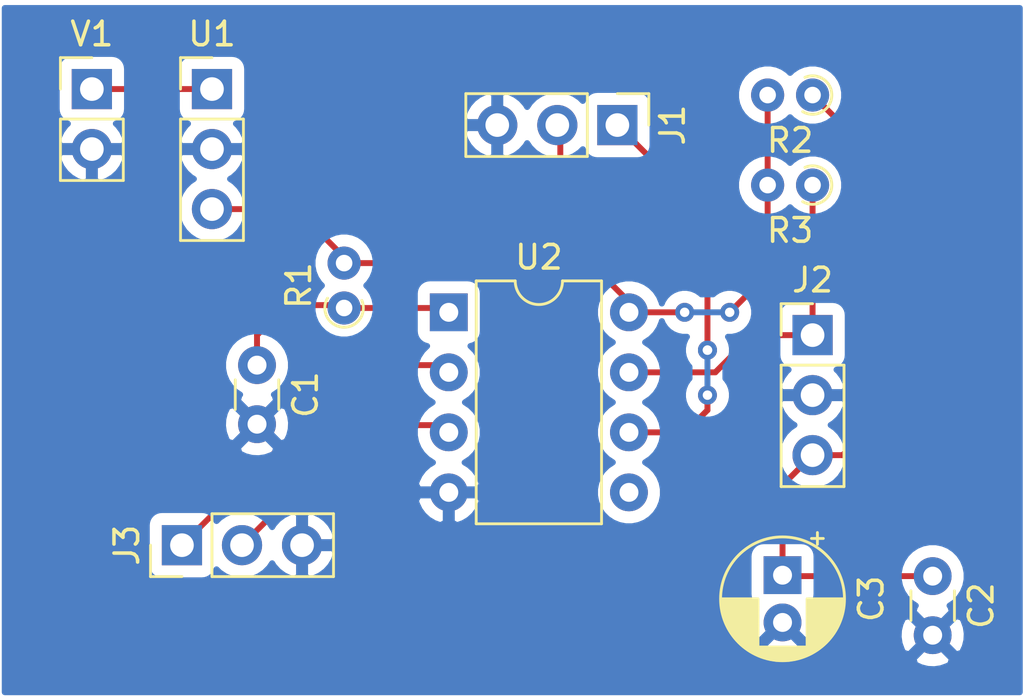
<source format=kicad_pcb>
(kicad_pcb (version 20171130) (host pcbnew "(5.1.10)-1")

  (general
    (thickness 1.6)
    (drawings 10)
    (tracks 53)
    (zones 0)
    (modules 12)
    (nets 10)
  )

  (page A4)
  (layers
    (0 F.Cu signal)
    (31 B.Cu signal)
    (32 B.Adhes user)
    (33 F.Adhes user)
    (34 B.Paste user)
    (35 F.Paste user)
    (36 B.SilkS user)
    (37 F.SilkS user)
    (38 B.Mask user)
    (39 F.Mask user)
    (40 Dwgs.User user)
    (41 Cmts.User user hide)
    (42 Eco1.User user hide)
    (43 Eco2.User user hide)
    (44 Edge.Cuts user hide)
    (45 Margin user hide)
    (46 B.CrtYd user hide)
    (47 F.CrtYd user)
    (48 B.Fab user hide)
    (49 F.Fab user hide)
  )

  (setup
    (last_trace_width 0.25)
    (trace_clearance 0.2)
    (zone_clearance 0.508)
    (zone_45_only no)
    (trace_min 0.2)
    (via_size 0.8)
    (via_drill 0.4)
    (via_min_size 0.4)
    (via_min_drill 0.3)
    (uvia_size 0.3)
    (uvia_drill 0.1)
    (uvias_allowed no)
    (uvia_min_size 0.2)
    (uvia_min_drill 0.1)
    (edge_width 0.05)
    (segment_width 0.2)
    (pcb_text_width 0.3)
    (pcb_text_size 1.5 1.5)
    (mod_edge_width 0.12)
    (mod_text_size 1 1)
    (mod_text_width 0.15)
    (pad_size 1.524 1.524)
    (pad_drill 0.762)
    (pad_to_mask_clearance 0)
    (aux_axis_origin 0 0)
    (visible_elements 7FFFFFFF)
    (pcbplotparams
      (layerselection 0x010fc_ffffffff)
      (usegerberextensions false)
      (usegerberattributes true)
      (usegerberadvancedattributes true)
      (creategerberjobfile true)
      (excludeedgelayer true)
      (linewidth 0.100000)
      (plotframeref false)
      (viasonmask false)
      (mode 1)
      (useauxorigin false)
      (hpglpennumber 1)
      (hpglpenspeed 20)
      (hpglpendiameter 15.000000)
      (psnegative false)
      (psa4output false)
      (plotreference true)
      (plotvalue true)
      (plotinvisibletext false)
      (padsonsilk false)
      (subtractmaskfromsilk false)
      (outputformat 1)
      (mirror false)
      (drillshape 1)
      (scaleselection 1)
      (outputdirectory ""))
  )

  (net 0 "")
  (net 1 /RESET)
  (net 2 GND)
  (net 3 VCC)
  (net 4 /Relay_Signal)
  (net 5 /IR_Signal)
  (net 6 /SCL)
  (net 7 /SDA)
  (net 8 "Net-(U1-Pad1)")
  (net 9 "Net-(C2-Pad1)")

  (net_class Default "This is the default net class."
    (clearance 0.2)
    (trace_width 0.25)
    (via_dia 0.8)
    (via_drill 0.4)
    (uvia_dia 0.3)
    (uvia_drill 0.1)
    (add_net /IR_Signal)
    (add_net /RESET)
    (add_net /Relay_Signal)
    (add_net /SCL)
    (add_net /SDA)
    (add_net GND)
    (add_net "Net-(C2-Pad1)")
    (add_net "Net-(U1-Pad1)")
    (add_net VCC)
  )

  (module Resistor_THT:R_Axial_DIN0204_L3.6mm_D1.6mm_P1.90mm_Vertical (layer F.Cu) (tedit 5AE5139B) (tstamp 61060DF7)
    (at 114.3 62.23 180)
    (descr "Resistor, Axial_DIN0204 series, Axial, Vertical, pin pitch=1.9mm, 0.167W, length*diameter=3.6*1.6mm^2, http://cdn-reichelt.de/documents/datenblatt/B400/1_4W%23YAG.pdf")
    (tags "Resistor Axial_DIN0204 series Axial Vertical pin pitch 1.9mm 0.167W length 3.6mm diameter 1.6mm")
    (path /61062E0C)
    (fp_text reference R3 (at 0.95 -1.92) (layer F.SilkS)
      (effects (font (size 1 1) (thickness 0.15)))
    )
    (fp_text value 10k (at 0.95 1.92) (layer F.Fab)
      (effects (font (size 1 1) (thickness 0.15)))
    )
    (fp_line (start 2.86 -1.05) (end -1.05 -1.05) (layer F.CrtYd) (width 0.05))
    (fp_line (start 2.86 1.05) (end 2.86 -1.05) (layer F.CrtYd) (width 0.05))
    (fp_line (start -1.05 1.05) (end 2.86 1.05) (layer F.CrtYd) (width 0.05))
    (fp_line (start -1.05 -1.05) (end -1.05 1.05) (layer F.CrtYd) (width 0.05))
    (fp_line (start 0 0) (end 1.9 0) (layer F.Fab) (width 0.1))
    (fp_circle (center 0 0) (end 0.8 0) (layer F.Fab) (width 0.1))
    (fp_text user %R (at 0.95 -1.92) (layer F.Fab)
      (effects (font (size 1 1) (thickness 0.15)))
    )
    (fp_arc (start 0 0) (end 0.417133 -0.7) (angle -233.92106) (layer F.SilkS) (width 0.12))
    (pad 2 thru_hole oval (at 1.9 0 180) (size 1.4 1.4) (drill 0.7) (layers *.Cu *.Mask)
      (net 3 VCC))
    (pad 1 thru_hole circle (at 0 0 180) (size 1.4 1.4) (drill 0.7) (layers *.Cu *.Mask)
      (net 5 /IR_Signal))
    (model ${KISYS3DMOD}/Resistor_THT.3dshapes/R_Axial_DIN0204_L3.6mm_D1.6mm_P1.90mm_Vertical.wrl
      (at (xyz 0 0 0))
      (scale (xyz 1 1 1))
      (rotate (xyz 0 0 0))
    )
  )

  (module Resistor_THT:R_Axial_DIN0204_L3.6mm_D1.6mm_P1.90mm_Vertical (layer F.Cu) (tedit 5AE5139B) (tstamp 61060DE9)
    (at 114.3 58.42 180)
    (descr "Resistor, Axial_DIN0204 series, Axial, Vertical, pin pitch=1.9mm, 0.167W, length*diameter=3.6*1.6mm^2, http://cdn-reichelt.de/documents/datenblatt/B400/1_4W%23YAG.pdf")
    (tags "Resistor Axial_DIN0204 series Axial Vertical pin pitch 1.9mm 0.167W length 3.6mm diameter 1.6mm")
    (path /61063930)
    (fp_text reference R2 (at 0.95 -1.92) (layer F.SilkS)
      (effects (font (size 1 1) (thickness 0.15)))
    )
    (fp_text value 100 (at 0.95 1.92) (layer F.Fab)
      (effects (font (size 1 1) (thickness 0.15)))
    )
    (fp_line (start 2.86 -1.05) (end -1.05 -1.05) (layer F.CrtYd) (width 0.05))
    (fp_line (start 2.86 1.05) (end 2.86 -1.05) (layer F.CrtYd) (width 0.05))
    (fp_line (start -1.05 1.05) (end 2.86 1.05) (layer F.CrtYd) (width 0.05))
    (fp_line (start -1.05 -1.05) (end -1.05 1.05) (layer F.CrtYd) (width 0.05))
    (fp_line (start 0 0) (end 1.9 0) (layer F.Fab) (width 0.1))
    (fp_circle (center 0 0) (end 0.8 0) (layer F.Fab) (width 0.1))
    (fp_text user %R (at 0.95 -1.92) (layer F.Fab)
      (effects (font (size 1 1) (thickness 0.15)))
    )
    (fp_arc (start 0 0) (end 0.417133 -0.7) (angle -233.92106) (layer F.SilkS) (width 0.12))
    (pad 2 thru_hole oval (at 1.9 0 180) (size 1.4 1.4) (drill 0.7) (layers *.Cu *.Mask)
      (net 3 VCC))
    (pad 1 thru_hole circle (at 0 0 180) (size 1.4 1.4) (drill 0.7) (layers *.Cu *.Mask)
      (net 9 "Net-(C2-Pad1)"))
    (model ${KISYS3DMOD}/Resistor_THT.3dshapes/R_Axial_DIN0204_L3.6mm_D1.6mm_P1.90mm_Vertical.wrl
      (at (xyz 0 0 0))
      (scale (xyz 1 1 1))
      (rotate (xyz 0 0 0))
    )
  )

  (module Connector_PinHeader_2.54mm:PinHeader_1x03_P2.54mm_Vertical (layer F.Cu) (tedit 59FED5CC) (tstamp 610DE987)
    (at 114.3 68.58)
    (descr "Through hole straight pin header, 1x03, 2.54mm pitch, single row")
    (tags "Through hole pin header THT 1x03 2.54mm single row")
    (path /6106117F)
    (fp_text reference J2 (at 0 -2.33) (layer F.SilkS)
      (effects (font (size 1 1) (thickness 0.15)))
    )
    (fp_text value "IR Sensor" (at 0 7.41) (layer F.Fab)
      (effects (font (size 1 1) (thickness 0.15)))
    )
    (fp_line (start 1.8 -1.8) (end -1.8 -1.8) (layer F.CrtYd) (width 0.05))
    (fp_line (start 1.8 6.85) (end 1.8 -1.8) (layer F.CrtYd) (width 0.05))
    (fp_line (start -1.8 6.85) (end 1.8 6.85) (layer F.CrtYd) (width 0.05))
    (fp_line (start -1.8 -1.8) (end -1.8 6.85) (layer F.CrtYd) (width 0.05))
    (fp_line (start -1.33 -1.33) (end 0 -1.33) (layer F.SilkS) (width 0.12))
    (fp_line (start -1.33 0) (end -1.33 -1.33) (layer F.SilkS) (width 0.12))
    (fp_line (start -1.33 1.27) (end 1.33 1.27) (layer F.SilkS) (width 0.12))
    (fp_line (start 1.33 1.27) (end 1.33 6.41) (layer F.SilkS) (width 0.12))
    (fp_line (start -1.33 1.27) (end -1.33 6.41) (layer F.SilkS) (width 0.12))
    (fp_line (start -1.33 6.41) (end 1.33 6.41) (layer F.SilkS) (width 0.12))
    (fp_line (start -1.27 -0.635) (end -0.635 -1.27) (layer F.Fab) (width 0.1))
    (fp_line (start -1.27 6.35) (end -1.27 -0.635) (layer F.Fab) (width 0.1))
    (fp_line (start 1.27 6.35) (end -1.27 6.35) (layer F.Fab) (width 0.1))
    (fp_line (start 1.27 -1.27) (end 1.27 6.35) (layer F.Fab) (width 0.1))
    (fp_line (start -0.635 -1.27) (end 1.27 -1.27) (layer F.Fab) (width 0.1))
    (fp_text user %R (at 0 2.54 90) (layer F.Fab)
      (effects (font (size 1 1) (thickness 0.15)))
    )
    (pad 3 thru_hole oval (at 0 5.08) (size 1.7 1.7) (drill 1) (layers *.Cu *.Mask)
      (net 9 "Net-(C2-Pad1)"))
    (pad 2 thru_hole oval (at 0 2.54) (size 1.7 1.7) (drill 1) (layers *.Cu *.Mask)
      (net 2 GND))
    (pad 1 thru_hole rect (at 0 0) (size 1.7 1.7) (drill 1) (layers *.Cu *.Mask)
      (net 5 /IR_Signal))
    (model ${KISYS3DMOD}/Connector_PinHeader_2.54mm.3dshapes/PinHeader_1x03_P2.54mm_Vertical.wrl
      (at (xyz 0 0 0))
      (scale (xyz 1 1 1))
      (rotate (xyz 0 0 0))
    )
  )

  (module Capacitor_THT:CP_Radial_D5.0mm_P2.00mm (layer F.Cu) (tedit 5AE50EF0) (tstamp 61060D52)
    (at 113.03 78.74 270)
    (descr "CP, Radial series, Radial, pin pitch=2.00mm, , diameter=5mm, Electrolytic Capacitor")
    (tags "CP Radial series Radial pin pitch 2.00mm  diameter 5mm Electrolytic Capacitor")
    (path /6106CC7A)
    (fp_text reference C3 (at 1 -3.75 90) (layer F.SilkS)
      (effects (font (size 1 1) (thickness 0.15)))
    )
    (fp_text value 10u (at 1 3.75 90) (layer F.Fab)
      (effects (font (size 1 1) (thickness 0.15)))
    )
    (fp_line (start -1.554775 -1.725) (end -1.554775 -1.225) (layer F.SilkS) (width 0.12))
    (fp_line (start -1.804775 -1.475) (end -1.304775 -1.475) (layer F.SilkS) (width 0.12))
    (fp_line (start 3.601 -0.284) (end 3.601 0.284) (layer F.SilkS) (width 0.12))
    (fp_line (start 3.561 -0.518) (end 3.561 0.518) (layer F.SilkS) (width 0.12))
    (fp_line (start 3.521 -0.677) (end 3.521 0.677) (layer F.SilkS) (width 0.12))
    (fp_line (start 3.481 -0.805) (end 3.481 0.805) (layer F.SilkS) (width 0.12))
    (fp_line (start 3.441 -0.915) (end 3.441 0.915) (layer F.SilkS) (width 0.12))
    (fp_line (start 3.401 -1.011) (end 3.401 1.011) (layer F.SilkS) (width 0.12))
    (fp_line (start 3.361 -1.098) (end 3.361 1.098) (layer F.SilkS) (width 0.12))
    (fp_line (start 3.321 -1.178) (end 3.321 1.178) (layer F.SilkS) (width 0.12))
    (fp_line (start 3.281 -1.251) (end 3.281 1.251) (layer F.SilkS) (width 0.12))
    (fp_line (start 3.241 -1.319) (end 3.241 1.319) (layer F.SilkS) (width 0.12))
    (fp_line (start 3.201 -1.383) (end 3.201 1.383) (layer F.SilkS) (width 0.12))
    (fp_line (start 3.161 -1.443) (end 3.161 1.443) (layer F.SilkS) (width 0.12))
    (fp_line (start 3.121 -1.5) (end 3.121 1.5) (layer F.SilkS) (width 0.12))
    (fp_line (start 3.081 -1.554) (end 3.081 1.554) (layer F.SilkS) (width 0.12))
    (fp_line (start 3.041 -1.605) (end 3.041 1.605) (layer F.SilkS) (width 0.12))
    (fp_line (start 3.001 1.04) (end 3.001 1.653) (layer F.SilkS) (width 0.12))
    (fp_line (start 3.001 -1.653) (end 3.001 -1.04) (layer F.SilkS) (width 0.12))
    (fp_line (start 2.961 1.04) (end 2.961 1.699) (layer F.SilkS) (width 0.12))
    (fp_line (start 2.961 -1.699) (end 2.961 -1.04) (layer F.SilkS) (width 0.12))
    (fp_line (start 2.921 1.04) (end 2.921 1.743) (layer F.SilkS) (width 0.12))
    (fp_line (start 2.921 -1.743) (end 2.921 -1.04) (layer F.SilkS) (width 0.12))
    (fp_line (start 2.881 1.04) (end 2.881 1.785) (layer F.SilkS) (width 0.12))
    (fp_line (start 2.881 -1.785) (end 2.881 -1.04) (layer F.SilkS) (width 0.12))
    (fp_line (start 2.841 1.04) (end 2.841 1.826) (layer F.SilkS) (width 0.12))
    (fp_line (start 2.841 -1.826) (end 2.841 -1.04) (layer F.SilkS) (width 0.12))
    (fp_line (start 2.801 1.04) (end 2.801 1.864) (layer F.SilkS) (width 0.12))
    (fp_line (start 2.801 -1.864) (end 2.801 -1.04) (layer F.SilkS) (width 0.12))
    (fp_line (start 2.761 1.04) (end 2.761 1.901) (layer F.SilkS) (width 0.12))
    (fp_line (start 2.761 -1.901) (end 2.761 -1.04) (layer F.SilkS) (width 0.12))
    (fp_line (start 2.721 1.04) (end 2.721 1.937) (layer F.SilkS) (width 0.12))
    (fp_line (start 2.721 -1.937) (end 2.721 -1.04) (layer F.SilkS) (width 0.12))
    (fp_line (start 2.681 1.04) (end 2.681 1.971) (layer F.SilkS) (width 0.12))
    (fp_line (start 2.681 -1.971) (end 2.681 -1.04) (layer F.SilkS) (width 0.12))
    (fp_line (start 2.641 1.04) (end 2.641 2.004) (layer F.SilkS) (width 0.12))
    (fp_line (start 2.641 -2.004) (end 2.641 -1.04) (layer F.SilkS) (width 0.12))
    (fp_line (start 2.601 1.04) (end 2.601 2.035) (layer F.SilkS) (width 0.12))
    (fp_line (start 2.601 -2.035) (end 2.601 -1.04) (layer F.SilkS) (width 0.12))
    (fp_line (start 2.561 1.04) (end 2.561 2.065) (layer F.SilkS) (width 0.12))
    (fp_line (start 2.561 -2.065) (end 2.561 -1.04) (layer F.SilkS) (width 0.12))
    (fp_line (start 2.521 1.04) (end 2.521 2.095) (layer F.SilkS) (width 0.12))
    (fp_line (start 2.521 -2.095) (end 2.521 -1.04) (layer F.SilkS) (width 0.12))
    (fp_line (start 2.481 1.04) (end 2.481 2.122) (layer F.SilkS) (width 0.12))
    (fp_line (start 2.481 -2.122) (end 2.481 -1.04) (layer F.SilkS) (width 0.12))
    (fp_line (start 2.441 1.04) (end 2.441 2.149) (layer F.SilkS) (width 0.12))
    (fp_line (start 2.441 -2.149) (end 2.441 -1.04) (layer F.SilkS) (width 0.12))
    (fp_line (start 2.401 1.04) (end 2.401 2.175) (layer F.SilkS) (width 0.12))
    (fp_line (start 2.401 -2.175) (end 2.401 -1.04) (layer F.SilkS) (width 0.12))
    (fp_line (start 2.361 1.04) (end 2.361 2.2) (layer F.SilkS) (width 0.12))
    (fp_line (start 2.361 -2.2) (end 2.361 -1.04) (layer F.SilkS) (width 0.12))
    (fp_line (start 2.321 1.04) (end 2.321 2.224) (layer F.SilkS) (width 0.12))
    (fp_line (start 2.321 -2.224) (end 2.321 -1.04) (layer F.SilkS) (width 0.12))
    (fp_line (start 2.281 1.04) (end 2.281 2.247) (layer F.SilkS) (width 0.12))
    (fp_line (start 2.281 -2.247) (end 2.281 -1.04) (layer F.SilkS) (width 0.12))
    (fp_line (start 2.241 1.04) (end 2.241 2.268) (layer F.SilkS) (width 0.12))
    (fp_line (start 2.241 -2.268) (end 2.241 -1.04) (layer F.SilkS) (width 0.12))
    (fp_line (start 2.201 1.04) (end 2.201 2.29) (layer F.SilkS) (width 0.12))
    (fp_line (start 2.201 -2.29) (end 2.201 -1.04) (layer F.SilkS) (width 0.12))
    (fp_line (start 2.161 1.04) (end 2.161 2.31) (layer F.SilkS) (width 0.12))
    (fp_line (start 2.161 -2.31) (end 2.161 -1.04) (layer F.SilkS) (width 0.12))
    (fp_line (start 2.121 1.04) (end 2.121 2.329) (layer F.SilkS) (width 0.12))
    (fp_line (start 2.121 -2.329) (end 2.121 -1.04) (layer F.SilkS) (width 0.12))
    (fp_line (start 2.081 1.04) (end 2.081 2.348) (layer F.SilkS) (width 0.12))
    (fp_line (start 2.081 -2.348) (end 2.081 -1.04) (layer F.SilkS) (width 0.12))
    (fp_line (start 2.041 1.04) (end 2.041 2.365) (layer F.SilkS) (width 0.12))
    (fp_line (start 2.041 -2.365) (end 2.041 -1.04) (layer F.SilkS) (width 0.12))
    (fp_line (start 2.001 1.04) (end 2.001 2.382) (layer F.SilkS) (width 0.12))
    (fp_line (start 2.001 -2.382) (end 2.001 -1.04) (layer F.SilkS) (width 0.12))
    (fp_line (start 1.961 1.04) (end 1.961 2.398) (layer F.SilkS) (width 0.12))
    (fp_line (start 1.961 -2.398) (end 1.961 -1.04) (layer F.SilkS) (width 0.12))
    (fp_line (start 1.921 1.04) (end 1.921 2.414) (layer F.SilkS) (width 0.12))
    (fp_line (start 1.921 -2.414) (end 1.921 -1.04) (layer F.SilkS) (width 0.12))
    (fp_line (start 1.881 1.04) (end 1.881 2.428) (layer F.SilkS) (width 0.12))
    (fp_line (start 1.881 -2.428) (end 1.881 -1.04) (layer F.SilkS) (width 0.12))
    (fp_line (start 1.841 1.04) (end 1.841 2.442) (layer F.SilkS) (width 0.12))
    (fp_line (start 1.841 -2.442) (end 1.841 -1.04) (layer F.SilkS) (width 0.12))
    (fp_line (start 1.801 1.04) (end 1.801 2.455) (layer F.SilkS) (width 0.12))
    (fp_line (start 1.801 -2.455) (end 1.801 -1.04) (layer F.SilkS) (width 0.12))
    (fp_line (start 1.761 1.04) (end 1.761 2.468) (layer F.SilkS) (width 0.12))
    (fp_line (start 1.761 -2.468) (end 1.761 -1.04) (layer F.SilkS) (width 0.12))
    (fp_line (start 1.721 1.04) (end 1.721 2.48) (layer F.SilkS) (width 0.12))
    (fp_line (start 1.721 -2.48) (end 1.721 -1.04) (layer F.SilkS) (width 0.12))
    (fp_line (start 1.68 1.04) (end 1.68 2.491) (layer F.SilkS) (width 0.12))
    (fp_line (start 1.68 -2.491) (end 1.68 -1.04) (layer F.SilkS) (width 0.12))
    (fp_line (start 1.64 1.04) (end 1.64 2.501) (layer F.SilkS) (width 0.12))
    (fp_line (start 1.64 -2.501) (end 1.64 -1.04) (layer F.SilkS) (width 0.12))
    (fp_line (start 1.6 1.04) (end 1.6 2.511) (layer F.SilkS) (width 0.12))
    (fp_line (start 1.6 -2.511) (end 1.6 -1.04) (layer F.SilkS) (width 0.12))
    (fp_line (start 1.56 1.04) (end 1.56 2.52) (layer F.SilkS) (width 0.12))
    (fp_line (start 1.56 -2.52) (end 1.56 -1.04) (layer F.SilkS) (width 0.12))
    (fp_line (start 1.52 1.04) (end 1.52 2.528) (layer F.SilkS) (width 0.12))
    (fp_line (start 1.52 -2.528) (end 1.52 -1.04) (layer F.SilkS) (width 0.12))
    (fp_line (start 1.48 1.04) (end 1.48 2.536) (layer F.SilkS) (width 0.12))
    (fp_line (start 1.48 -2.536) (end 1.48 -1.04) (layer F.SilkS) (width 0.12))
    (fp_line (start 1.44 1.04) (end 1.44 2.543) (layer F.SilkS) (width 0.12))
    (fp_line (start 1.44 -2.543) (end 1.44 -1.04) (layer F.SilkS) (width 0.12))
    (fp_line (start 1.4 1.04) (end 1.4 2.55) (layer F.SilkS) (width 0.12))
    (fp_line (start 1.4 -2.55) (end 1.4 -1.04) (layer F.SilkS) (width 0.12))
    (fp_line (start 1.36 1.04) (end 1.36 2.556) (layer F.SilkS) (width 0.12))
    (fp_line (start 1.36 -2.556) (end 1.36 -1.04) (layer F.SilkS) (width 0.12))
    (fp_line (start 1.32 1.04) (end 1.32 2.561) (layer F.SilkS) (width 0.12))
    (fp_line (start 1.32 -2.561) (end 1.32 -1.04) (layer F.SilkS) (width 0.12))
    (fp_line (start 1.28 1.04) (end 1.28 2.565) (layer F.SilkS) (width 0.12))
    (fp_line (start 1.28 -2.565) (end 1.28 -1.04) (layer F.SilkS) (width 0.12))
    (fp_line (start 1.24 1.04) (end 1.24 2.569) (layer F.SilkS) (width 0.12))
    (fp_line (start 1.24 -2.569) (end 1.24 -1.04) (layer F.SilkS) (width 0.12))
    (fp_line (start 1.2 1.04) (end 1.2 2.573) (layer F.SilkS) (width 0.12))
    (fp_line (start 1.2 -2.573) (end 1.2 -1.04) (layer F.SilkS) (width 0.12))
    (fp_line (start 1.16 1.04) (end 1.16 2.576) (layer F.SilkS) (width 0.12))
    (fp_line (start 1.16 -2.576) (end 1.16 -1.04) (layer F.SilkS) (width 0.12))
    (fp_line (start 1.12 1.04) (end 1.12 2.578) (layer F.SilkS) (width 0.12))
    (fp_line (start 1.12 -2.578) (end 1.12 -1.04) (layer F.SilkS) (width 0.12))
    (fp_line (start 1.08 1.04) (end 1.08 2.579) (layer F.SilkS) (width 0.12))
    (fp_line (start 1.08 -2.579) (end 1.08 -1.04) (layer F.SilkS) (width 0.12))
    (fp_line (start 1.04 -2.58) (end 1.04 -1.04) (layer F.SilkS) (width 0.12))
    (fp_line (start 1.04 1.04) (end 1.04 2.58) (layer F.SilkS) (width 0.12))
    (fp_line (start 1 -2.58) (end 1 -1.04) (layer F.SilkS) (width 0.12))
    (fp_line (start 1 1.04) (end 1 2.58) (layer F.SilkS) (width 0.12))
    (fp_line (start -0.883605 -1.3375) (end -0.883605 -0.8375) (layer F.Fab) (width 0.1))
    (fp_line (start -1.133605 -1.0875) (end -0.633605 -1.0875) (layer F.Fab) (width 0.1))
    (fp_circle (center 1 0) (end 3.75 0) (layer F.CrtYd) (width 0.05))
    (fp_circle (center 1 0) (end 3.62 0) (layer F.SilkS) (width 0.12))
    (fp_circle (center 1 0) (end 3.5 0) (layer F.Fab) (width 0.1))
    (fp_text user %R (at 1 0 90) (layer F.Fab)
      (effects (font (size 1 1) (thickness 0.15)))
    )
    (pad 2 thru_hole circle (at 2 0 270) (size 1.6 1.6) (drill 0.8) (layers *.Cu *.Mask)
      (net 2 GND))
    (pad 1 thru_hole rect (at 0 0 270) (size 1.6 1.6) (drill 0.8) (layers *.Cu *.Mask)
      (net 9 "Net-(C2-Pad1)"))
    (model ${KISYS3DMOD}/Capacitor_THT.3dshapes/CP_Radial_D5.0mm_P2.00mm.wrl
      (at (xyz 0 0 0))
      (scale (xyz 1 1 1))
      (rotate (xyz 0 0 0))
    )
  )

  (module Capacitor_THT:C_Disc_D3.0mm_W1.6mm_P2.50mm (layer F.Cu) (tedit 5AE50EF0) (tstamp 61060CCF)
    (at 119.38 78.78 270)
    (descr "C, Disc series, Radial, pin pitch=2.50mm, , diameter*width=3.0*1.6mm^2, Capacitor, http://www.vishay.com/docs/45233/krseries.pdf")
    (tags "C Disc series Radial pin pitch 2.50mm  diameter 3.0mm width 1.6mm Capacitor")
    (path /6106C3B9)
    (fp_text reference C2 (at 1.25 -2.05 90) (layer F.SilkS)
      (effects (font (size 1 1) (thickness 0.15)))
    )
    (fp_text value 0.1u (at 1.25 2.05 90) (layer F.Fab)
      (effects (font (size 1 1) (thickness 0.15)))
    )
    (fp_line (start 3.55 -1.05) (end -1.05 -1.05) (layer F.CrtYd) (width 0.05))
    (fp_line (start 3.55 1.05) (end 3.55 -1.05) (layer F.CrtYd) (width 0.05))
    (fp_line (start -1.05 1.05) (end 3.55 1.05) (layer F.CrtYd) (width 0.05))
    (fp_line (start -1.05 -1.05) (end -1.05 1.05) (layer F.CrtYd) (width 0.05))
    (fp_line (start 0.621 0.92) (end 1.879 0.92) (layer F.SilkS) (width 0.12))
    (fp_line (start 0.621 -0.92) (end 1.879 -0.92) (layer F.SilkS) (width 0.12))
    (fp_line (start 2.75 -0.8) (end -0.25 -0.8) (layer F.Fab) (width 0.1))
    (fp_line (start 2.75 0.8) (end 2.75 -0.8) (layer F.Fab) (width 0.1))
    (fp_line (start -0.25 0.8) (end 2.75 0.8) (layer F.Fab) (width 0.1))
    (fp_line (start -0.25 -0.8) (end -0.25 0.8) (layer F.Fab) (width 0.1))
    (fp_text user %R (at 1.25 0 90) (layer F.Fab)
      (effects (font (size 0.6 0.6) (thickness 0.09)))
    )
    (pad 2 thru_hole circle (at 2.5 0 270) (size 1.6 1.6) (drill 0.8) (layers *.Cu *.Mask)
      (net 2 GND))
    (pad 1 thru_hole circle (at 0 0 270) (size 1.6 1.6) (drill 0.8) (layers *.Cu *.Mask)
      (net 9 "Net-(C2-Pad1)"))
    (model ${KISYS3DMOD}/Capacitor_THT.3dshapes/C_Disc_D3.0mm_W1.6mm_P2.50mm.wrl
      (at (xyz 0 0 0))
      (scale (xyz 1 1 1))
      (rotate (xyz 0 0 0))
    )
  )

  (module Capacitor_THT:C_Disc_D3.0mm_W1.6mm_P2.50mm (layer F.Cu) (tedit 5AE50EF0) (tstamp 60F9741E)
    (at 90.805 69.85 270)
    (descr "C, Disc series, Radial, pin pitch=2.50mm, , diameter*width=3.0*1.6mm^2, Capacitor, http://www.vishay.com/docs/45233/krseries.pdf")
    (tags "C Disc series Radial pin pitch 2.50mm  diameter 3.0mm width 1.6mm Capacitor")
    (path /60F9D708)
    (fp_text reference C1 (at 1.25 -2.05 90) (layer F.SilkS)
      (effects (font (size 1 1) (thickness 0.15)))
    )
    (fp_text value 0.1u (at 1.25 2.05 90) (layer F.Fab)
      (effects (font (size 1 1) (thickness 0.15)))
    )
    (fp_line (start 3.55 -1.05) (end -1.05 -1.05) (layer F.CrtYd) (width 0.05))
    (fp_line (start 3.55 1.05) (end 3.55 -1.05) (layer F.CrtYd) (width 0.05))
    (fp_line (start -1.05 1.05) (end 3.55 1.05) (layer F.CrtYd) (width 0.05))
    (fp_line (start -1.05 -1.05) (end -1.05 1.05) (layer F.CrtYd) (width 0.05))
    (fp_line (start 0.621 0.92) (end 1.879 0.92) (layer F.SilkS) (width 0.12))
    (fp_line (start 0.621 -0.92) (end 1.879 -0.92) (layer F.SilkS) (width 0.12))
    (fp_line (start 2.75 -0.8) (end -0.25 -0.8) (layer F.Fab) (width 0.1))
    (fp_line (start 2.75 0.8) (end 2.75 -0.8) (layer F.Fab) (width 0.1))
    (fp_line (start -0.25 0.8) (end 2.75 0.8) (layer F.Fab) (width 0.1))
    (fp_line (start -0.25 -0.8) (end -0.25 0.8) (layer F.Fab) (width 0.1))
    (fp_text user %R (at 1.25 0 90) (layer F.Fab)
      (effects (font (size 0.6 0.6) (thickness 0.09)))
    )
    (pad 2 thru_hole circle (at 2.5 0 270) (size 1.6 1.6) (drill 0.8) (layers *.Cu *.Mask)
      (net 2 GND))
    (pad 1 thru_hole circle (at 0 0 270) (size 1.6 1.6) (drill 0.8) (layers *.Cu *.Mask)
      (net 1 /RESET))
    (model ${KISYS3DMOD}/Capacitor_THT.3dshapes/C_Disc_D3.0mm_W1.6mm_P2.50mm.wrl
      (at (xyz 0 0 0))
      (scale (xyz 1 1 1))
      (rotate (xyz 0 0 0))
    )
  )

  (module Connector_PinHeader_2.54mm:PinHeader_1x03_P2.54mm_Vertical (layer F.Cu) (tedit 59FED5CC) (tstamp 60FA1738)
    (at 106.045 59.69 270)
    (descr "Through hole straight pin header, 1x03, 2.54mm pitch, single row")
    (tags "Through hole pin header THT 1x03 2.54mm single row")
    (path /60F9468A)
    (fp_text reference J1 (at 0 -2.33 90) (layer F.SilkS)
      (effects (font (size 1 1) (thickness 0.15)))
    )
    (fp_text value Relay (at 0 7.41 90) (layer F.Fab)
      (effects (font (size 1 1) (thickness 0.15)))
    )
    (fp_line (start 1.8 -1.8) (end -1.8 -1.8) (layer F.CrtYd) (width 0.05))
    (fp_line (start 1.8 6.85) (end 1.8 -1.8) (layer F.CrtYd) (width 0.05))
    (fp_line (start -1.8 6.85) (end 1.8 6.85) (layer F.CrtYd) (width 0.05))
    (fp_line (start -1.8 -1.8) (end -1.8 6.85) (layer F.CrtYd) (width 0.05))
    (fp_line (start -1.33 -1.33) (end 0 -1.33) (layer F.SilkS) (width 0.12))
    (fp_line (start -1.33 0) (end -1.33 -1.33) (layer F.SilkS) (width 0.12))
    (fp_line (start -1.33 1.27) (end 1.33 1.27) (layer F.SilkS) (width 0.12))
    (fp_line (start 1.33 1.27) (end 1.33 6.41) (layer F.SilkS) (width 0.12))
    (fp_line (start -1.33 1.27) (end -1.33 6.41) (layer F.SilkS) (width 0.12))
    (fp_line (start -1.33 6.41) (end 1.33 6.41) (layer F.SilkS) (width 0.12))
    (fp_line (start -1.27 -0.635) (end -0.635 -1.27) (layer F.Fab) (width 0.1))
    (fp_line (start -1.27 6.35) (end -1.27 -0.635) (layer F.Fab) (width 0.1))
    (fp_line (start 1.27 6.35) (end -1.27 6.35) (layer F.Fab) (width 0.1))
    (fp_line (start 1.27 -1.27) (end 1.27 6.35) (layer F.Fab) (width 0.1))
    (fp_line (start -0.635 -1.27) (end 1.27 -1.27) (layer F.Fab) (width 0.1))
    (fp_text user %R (at 0 2.54) (layer F.Fab)
      (effects (font (size 1 1) (thickness 0.15)))
    )
    (pad 3 thru_hole oval (at 0 5.08 270) (size 1.7 1.7) (drill 1) (layers *.Cu *.Mask)
      (net 2 GND))
    (pad 2 thru_hole oval (at 0 2.54 270) (size 1.7 1.7) (drill 1) (layers *.Cu *.Mask)
      (net 3 VCC))
    (pad 1 thru_hole rect (at 0 0 270) (size 1.7 1.7) (drill 1) (layers *.Cu *.Mask)
      (net 4 /Relay_Signal))
    (model ${KISYS3DMOD}/Connector_PinHeader_2.54mm.3dshapes/PinHeader_1x03_P2.54mm_Vertical.wrl
      (at (xyz 0 0 0))
      (scale (xyz 1 1 1))
      (rotate (xyz 0 0 0))
    )
  )

  (module Connector_PinHeader_2.54mm:PinHeader_1x03_P2.54mm_Vertical (layer F.Cu) (tedit 59FED5CC) (tstamp 60FA1E5E)
    (at 87.63 77.47 90)
    (descr "Through hole straight pin header, 1x03, 2.54mm pitch, single row")
    (tags "Through hole pin header THT 1x03 2.54mm single row")
    (path /60F97C35)
    (fp_text reference J3 (at 0 -2.33 90) (layer F.SilkS)
      (effects (font (size 1 1) (thickness 0.15)))
    )
    (fp_text value BB_I2C (at 0 7.41 90) (layer F.Fab)
      (effects (font (size 1 1) (thickness 0.15)))
    )
    (fp_line (start -0.635 -1.27) (end 1.27 -1.27) (layer F.Fab) (width 0.1))
    (fp_line (start 1.27 -1.27) (end 1.27 6.35) (layer F.Fab) (width 0.1))
    (fp_line (start 1.27 6.35) (end -1.27 6.35) (layer F.Fab) (width 0.1))
    (fp_line (start -1.27 6.35) (end -1.27 -0.635) (layer F.Fab) (width 0.1))
    (fp_line (start -1.27 -0.635) (end -0.635 -1.27) (layer F.Fab) (width 0.1))
    (fp_line (start -1.33 6.41) (end 1.33 6.41) (layer F.SilkS) (width 0.12))
    (fp_line (start -1.33 1.27) (end -1.33 6.41) (layer F.SilkS) (width 0.12))
    (fp_line (start 1.33 1.27) (end 1.33 6.41) (layer F.SilkS) (width 0.12))
    (fp_line (start -1.33 1.27) (end 1.33 1.27) (layer F.SilkS) (width 0.12))
    (fp_line (start -1.33 0) (end -1.33 -1.33) (layer F.SilkS) (width 0.12))
    (fp_line (start -1.33 -1.33) (end 0 -1.33) (layer F.SilkS) (width 0.12))
    (fp_line (start -1.8 -1.8) (end -1.8 6.85) (layer F.CrtYd) (width 0.05))
    (fp_line (start -1.8 6.85) (end 1.8 6.85) (layer F.CrtYd) (width 0.05))
    (fp_line (start 1.8 6.85) (end 1.8 -1.8) (layer F.CrtYd) (width 0.05))
    (fp_line (start 1.8 -1.8) (end -1.8 -1.8) (layer F.CrtYd) (width 0.05))
    (fp_text user %R (at 0 2.54) (layer F.Fab)
      (effects (font (size 1 1) (thickness 0.15)))
    )
    (pad 1 thru_hole rect (at 0 0 90) (size 1.7 1.7) (drill 1) (layers *.Cu *.Mask)
      (net 6 /SCL))
    (pad 2 thru_hole oval (at 0 2.54 90) (size 1.7 1.7) (drill 1) (layers *.Cu *.Mask)
      (net 7 /SDA))
    (pad 3 thru_hole oval (at 0 5.08 90) (size 1.7 1.7) (drill 1) (layers *.Cu *.Mask)
      (net 2 GND))
    (model ${KISYS3DMOD}/Connector_PinHeader_2.54mm.3dshapes/PinHeader_1x03_P2.54mm_Vertical.wrl
      (at (xyz 0 0 0))
      (scale (xyz 1 1 1))
      (rotate (xyz 0 0 0))
    )
  )

  (module Resistor_THT:R_Axial_DIN0204_L3.6mm_D1.6mm_P1.90mm_Vertical (layer F.Cu) (tedit 5AE5139B) (tstamp 60F97471)
    (at 94.488 67.432 90)
    (descr "Resistor, Axial_DIN0204 series, Axial, Vertical, pin pitch=1.9mm, 0.167W, length*diameter=3.6*1.6mm^2, http://cdn-reichelt.de/documents/datenblatt/B400/1_4W%23YAG.pdf")
    (tags "Resistor Axial_DIN0204 series Axial Vertical pin pitch 1.9mm 0.167W length 3.6mm diameter 1.6mm")
    (path /60F9C7EE)
    (fp_text reference R1 (at 0.95 -1.92 90) (layer F.SilkS)
      (effects (font (size 1 1) (thickness 0.15)))
    )
    (fp_text value 20K (at 0.95 1.92 90) (layer F.Fab)
      (effects (font (size 1 1) (thickness 0.15)))
    )
    (fp_circle (center 0 0) (end 0.8 0) (layer F.Fab) (width 0.1))
    (fp_line (start 0 0) (end 1.9 0) (layer F.Fab) (width 0.1))
    (fp_line (start -1.05 -1.05) (end -1.05 1.05) (layer F.CrtYd) (width 0.05))
    (fp_line (start -1.05 1.05) (end 2.86 1.05) (layer F.CrtYd) (width 0.05))
    (fp_line (start 2.86 1.05) (end 2.86 -1.05) (layer F.CrtYd) (width 0.05))
    (fp_line (start 2.86 -1.05) (end -1.05 -1.05) (layer F.CrtYd) (width 0.05))
    (fp_arc (start 0 0) (end 0.417133 -0.7) (angle -233.92106) (layer F.SilkS) (width 0.12))
    (fp_text user %R (at 0.95 -1.92 90) (layer F.Fab)
      (effects (font (size 1 1) (thickness 0.15)))
    )
    (pad 1 thru_hole circle (at 0 0 90) (size 1.4 1.4) (drill 0.7) (layers *.Cu *.Mask)
      (net 1 /RESET))
    (pad 2 thru_hole oval (at 1.9 0 90) (size 1.4 1.4) (drill 0.7) (layers *.Cu *.Mask)
      (net 3 VCC))
    (model ${KISYS3DMOD}/Resistor_THT.3dshapes/R_Axial_DIN0204_L3.6mm_D1.6mm_P1.90mm_Vertical.wrl
      (at (xyz 0 0 0))
      (scale (xyz 1 1 1))
      (rotate (xyz 0 0 0))
    )
  )

  (module Connector_PinHeader_2.54mm:PinHeader_1x03_P2.54mm_Vertical (layer F.Cu) (tedit 59FED5CC) (tstamp 60F97A3C)
    (at 88.9 58.166)
    (descr "Through hole straight pin header, 1x03, 2.54mm pitch, single row")
    (tags "Through hole pin header THT 1x03 2.54mm single row")
    (path /60FA27FD)
    (fp_text reference U1 (at 0 -2.33) (layer F.SilkS)
      (effects (font (size 1 1) (thickness 0.15)))
    )
    (fp_text value L7805 (at 0 7.41) (layer F.Fab)
      (effects (font (size 1 1) (thickness 0.15)))
    )
    (fp_line (start 1.8 -1.8) (end -1.8 -1.8) (layer F.CrtYd) (width 0.05))
    (fp_line (start 1.8 6.85) (end 1.8 -1.8) (layer F.CrtYd) (width 0.05))
    (fp_line (start -1.8 6.85) (end 1.8 6.85) (layer F.CrtYd) (width 0.05))
    (fp_line (start -1.8 -1.8) (end -1.8 6.85) (layer F.CrtYd) (width 0.05))
    (fp_line (start -1.33 -1.33) (end 0 -1.33) (layer F.SilkS) (width 0.12))
    (fp_line (start -1.33 0) (end -1.33 -1.33) (layer F.SilkS) (width 0.12))
    (fp_line (start -1.33 1.27) (end 1.33 1.27) (layer F.SilkS) (width 0.12))
    (fp_line (start 1.33 1.27) (end 1.33 6.41) (layer F.SilkS) (width 0.12))
    (fp_line (start -1.33 1.27) (end -1.33 6.41) (layer F.SilkS) (width 0.12))
    (fp_line (start -1.33 6.41) (end 1.33 6.41) (layer F.SilkS) (width 0.12))
    (fp_line (start -1.27 -0.635) (end -0.635 -1.27) (layer F.Fab) (width 0.1))
    (fp_line (start -1.27 6.35) (end -1.27 -0.635) (layer F.Fab) (width 0.1))
    (fp_line (start 1.27 6.35) (end -1.27 6.35) (layer F.Fab) (width 0.1))
    (fp_line (start 1.27 -1.27) (end 1.27 6.35) (layer F.Fab) (width 0.1))
    (fp_line (start -0.635 -1.27) (end 1.27 -1.27) (layer F.Fab) (width 0.1))
    (fp_text user %R (at 0 2.54 90) (layer F.Fab)
      (effects (font (size 1 1) (thickness 0.15)))
    )
    (pad 3 thru_hole oval (at 0 5.08) (size 1.7 1.7) (drill 1) (layers *.Cu *.Mask)
      (net 3 VCC))
    (pad 2 thru_hole oval (at 0 2.54) (size 1.7 1.7) (drill 1) (layers *.Cu *.Mask)
      (net 2 GND))
    (pad 1 thru_hole rect (at 0 0) (size 1.7 1.7) (drill 1) (layers *.Cu *.Mask)
      (net 8 "Net-(U1-Pad1)"))
    (model ${KISYS3DMOD}/Connector_PinHeader_2.54mm.3dshapes/PinHeader_1x03_P2.54mm_Vertical.wrl
      (at (xyz 0 0 0))
      (scale (xyz 1 1 1))
      (rotate (xyz 0 0 0))
    )
  )

  (module Package_DIP:DIP-8_W7.62mm (layer F.Cu) (tedit 5A02E8C5) (tstamp 60FA1DE5)
    (at 98.915001 67.615001)
    (descr "8-lead though-hole mounted DIP package, row spacing 7.62 mm (300 mils)")
    (tags "THT DIP DIL PDIP 2.54mm 7.62mm 300mil")
    (path /60F8DA9A)
    (fp_text reference U2 (at 3.81 -2.33) (layer F.SilkS)
      (effects (font (size 1 1) (thickness 0.15)))
    )
    (fp_text value ATtiny85-20PU (at 3.81 9.95) (layer F.Fab)
      (effects (font (size 1 1) (thickness 0.15)))
    )
    (fp_line (start 1.635 -1.27) (end 6.985 -1.27) (layer F.Fab) (width 0.1))
    (fp_line (start 6.985 -1.27) (end 6.985 8.89) (layer F.Fab) (width 0.1))
    (fp_line (start 6.985 8.89) (end 0.635 8.89) (layer F.Fab) (width 0.1))
    (fp_line (start 0.635 8.89) (end 0.635 -0.27) (layer F.Fab) (width 0.1))
    (fp_line (start 0.635 -0.27) (end 1.635 -1.27) (layer F.Fab) (width 0.1))
    (fp_line (start 2.81 -1.33) (end 1.16 -1.33) (layer F.SilkS) (width 0.12))
    (fp_line (start 1.16 -1.33) (end 1.16 8.95) (layer F.SilkS) (width 0.12))
    (fp_line (start 1.16 8.95) (end 6.46 8.95) (layer F.SilkS) (width 0.12))
    (fp_line (start 6.46 8.95) (end 6.46 -1.33) (layer F.SilkS) (width 0.12))
    (fp_line (start 6.46 -1.33) (end 4.81 -1.33) (layer F.SilkS) (width 0.12))
    (fp_line (start -1.1 -1.55) (end -1.1 9.15) (layer F.CrtYd) (width 0.05))
    (fp_line (start -1.1 9.15) (end 8.7 9.15) (layer F.CrtYd) (width 0.05))
    (fp_line (start 8.7 9.15) (end 8.7 -1.55) (layer F.CrtYd) (width 0.05))
    (fp_line (start 8.7 -1.55) (end -1.1 -1.55) (layer F.CrtYd) (width 0.05))
    (fp_arc (start 3.81 -1.33) (end 2.81 -1.33) (angle -180) (layer F.SilkS) (width 0.12))
    (fp_text user %R (at 3.81 3.81) (layer F.Fab)
      (effects (font (size 1 1) (thickness 0.15)))
    )
    (pad 1 thru_hole rect (at 0 0) (size 1.6 1.6) (drill 0.8) (layers *.Cu *.Mask)
      (net 1 /RESET))
    (pad 5 thru_hole oval (at 7.62 7.62) (size 1.6 1.6) (drill 0.8) (layers *.Cu *.Mask))
    (pad 2 thru_hole oval (at 0 2.54) (size 1.6 1.6) (drill 0.8) (layers *.Cu *.Mask)
      (net 6 /SCL))
    (pad 6 thru_hole oval (at 7.62 5.08) (size 1.6 1.6) (drill 0.8) (layers *.Cu *.Mask)
      (net 4 /Relay_Signal))
    (pad 3 thru_hole oval (at 0 5.08) (size 1.6 1.6) (drill 0.8) (layers *.Cu *.Mask)
      (net 7 /SDA))
    (pad 7 thru_hole oval (at 7.62 2.54) (size 1.6 1.6) (drill 0.8) (layers *.Cu *.Mask)
      (net 5 /IR_Signal))
    (pad 4 thru_hole oval (at 0 7.62) (size 1.6 1.6) (drill 0.8) (layers *.Cu *.Mask)
      (net 2 GND))
    (pad 8 thru_hole oval (at 7.62 0) (size 1.6 1.6) (drill 0.8) (layers *.Cu *.Mask)
      (net 3 VCC))
    (model ${KISYS3DMOD}/Package_DIP.3dshapes/DIP-8_W7.62mm.wrl
      (at (xyz 0 0 0))
      (scale (xyz 1 1 1))
      (rotate (xyz 0 0 0))
    )
  )

  (module Connector_PinHeader_2.54mm:PinHeader_1x02_P2.54mm_Vertical (layer F.Cu) (tedit 59FED5CC) (tstamp 60F978C9)
    (at 83.82 58.166)
    (descr "Through hole straight pin header, 1x02, 2.54mm pitch, single row")
    (tags "Through hole pin header THT 1x02 2.54mm single row")
    (path /60FA39C1)
    (fp_text reference V1 (at 0 -2.33) (layer F.SilkS)
      (effects (font (size 1 1) (thickness 0.15)))
    )
    (fp_text value Vin (at 0 4.87) (layer F.Fab)
      (effects (font (size 1 1) (thickness 0.15)))
    )
    (fp_line (start -0.635 -1.27) (end 1.27 -1.27) (layer F.Fab) (width 0.1))
    (fp_line (start 1.27 -1.27) (end 1.27 3.81) (layer F.Fab) (width 0.1))
    (fp_line (start 1.27 3.81) (end -1.27 3.81) (layer F.Fab) (width 0.1))
    (fp_line (start -1.27 3.81) (end -1.27 -0.635) (layer F.Fab) (width 0.1))
    (fp_line (start -1.27 -0.635) (end -0.635 -1.27) (layer F.Fab) (width 0.1))
    (fp_line (start -1.33 3.87) (end 1.33 3.87) (layer F.SilkS) (width 0.12))
    (fp_line (start -1.33 1.27) (end -1.33 3.87) (layer F.SilkS) (width 0.12))
    (fp_line (start 1.33 1.27) (end 1.33 3.87) (layer F.SilkS) (width 0.12))
    (fp_line (start -1.33 1.27) (end 1.33 1.27) (layer F.SilkS) (width 0.12))
    (fp_line (start -1.33 0) (end -1.33 -1.33) (layer F.SilkS) (width 0.12))
    (fp_line (start -1.33 -1.33) (end 0 -1.33) (layer F.SilkS) (width 0.12))
    (fp_line (start -1.8 -1.8) (end -1.8 4.35) (layer F.CrtYd) (width 0.05))
    (fp_line (start -1.8 4.35) (end 1.8 4.35) (layer F.CrtYd) (width 0.05))
    (fp_line (start 1.8 4.35) (end 1.8 -1.8) (layer F.CrtYd) (width 0.05))
    (fp_line (start 1.8 -1.8) (end -1.8 -1.8) (layer F.CrtYd) (width 0.05))
    (fp_text user %R (at 0 1.27) (layer F.Fab)
      (effects (font (size 1 1) (thickness 0.15)))
    )
    (pad 1 thru_hole rect (at 0 0) (size 1.7 1.7) (drill 1) (layers *.Cu *.Mask)
      (net 8 "Net-(U1-Pad1)"))
    (pad 2 thru_hole oval (at 0 2.54) (size 1.7 1.7) (drill 1) (layers *.Cu *.Mask)
      (net 2 GND))
    (model ${KISYS3DMOD}/Connector_PinHeader_2.54mm.3dshapes/PinHeader_1x02_P2.54mm_Vertical.wrl
      (at (xyz 0 0 0))
      (scale (xyz 1 1 1))
      (rotate (xyz 0 0 0))
    )
  )

  (gr_text Battery (at 81.28 59.69 270) (layer Dwgs.User)
    (effects (font (size 1 1) (thickness 0.15)))
  )
  (gr_text Relay (at 103.505 56.515 180) (layer Dwgs.User)
    (effects (font (size 1 1) (thickness 0.15)))
  )
  (gr_text "IR Receiver" (at 118.11 71.12 90) (layer Dwgs.User)
    (effects (font (size 1 1) (thickness 0.15)))
  )
  (gr_text "Any Button" (at 102.87 81.28) (layer Dwgs.User)
    (effects (font (size 1 1) (thickness 0.15)))
  )
  (gr_line (start 80.01 83.82) (end 80.01 54.61) (layer Dwgs.User) (width 0.15) (tstamp 610DF130))
  (gr_line (start 123.19 83.82) (end 80.01 83.82) (layer Dwgs.User) (width 0.15))
  (gr_line (start 123.19 54.61) (end 123.19 83.82) (layer Dwgs.User) (width 0.15))
  (gr_line (start 80.01 54.61) (end 123.19 54.61) (layer Dwgs.User) (width 0.15))
  (gr_text "-\n" (at 83.82 63.5) (layer Dwgs.User)
    (effects (font (size 1 1) (thickness 0.15)))
  )
  (gr_text + (at 83.82 55.245) (layer Dwgs.User)
    (effects (font (size 1 1) (thickness 0.15)))
  )

  (segment (start 94.488 67.432) (end 98.928 67.432) (width 0.25) (layer F.Cu) (net 1))
  (segment (start 98.928 67.432) (end 98.796 67.564) (width 0.25) (layer F.Cu) (net 1))
  (segment (start 98.796 67.564) (end 99.06 67.564) (width 0.25) (layer F.Cu) (net 1))
  (segment (start 90.805 69.85) (end 90.805 68.58) (width 0.25) (layer F.Cu) (net 1))
  (segment (start 90.805 68.58) (end 92.075 67.31) (width 0.25) (layer F.Cu) (net 1))
  (segment (start 92.075 67.31) (end 94.615 67.31) (width 0.25) (layer F.Cu) (net 1))
  (segment (start 104.902 65.532) (end 106.68 67.31) (width 0.25) (layer F.Cu) (net 3))
  (segment (start 103.632 65.532) (end 103.632 59.817) (width 0.25) (layer F.Cu) (net 3))
  (segment (start 94.488 65.532) (end 103.632 65.532) (width 0.25) (layer F.Cu) (net 3))
  (segment (start 103.632 65.532) (end 104.902 65.532) (width 0.25) (layer F.Cu) (net 3))
  (segment (start 103.632 59.817) (end 103.505 59.69) (width 0.25) (layer F.Cu) (net 3))
  (segment (start 106.535001 67.615001) (end 108.890001 67.615001) (width 0.25) (layer F.Cu) (net 3))
  (segment (start 108.890001 67.615001) (end 108.890001 67.615001) (width 0.25) (layer F.Cu) (net 3) (tstamp 60FA1C27))
  (via (at 108.890001 67.615001) (size 0.8) (drill 0.4) (layers F.Cu B.Cu) (net 3))
  (segment (start 108.890001 67.615001) (end 110.795001 67.615001) (width 0.25) (layer B.Cu) (net 3))
  (segment (start 88.9 63.246) (end 92.456 63.246) (width 0.25) (layer F.Cu) (net 3))
  (segment (start 92.456 63.246) (end 94.615 65.405) (width 0.25) (layer F.Cu) (net 3))
  (segment (start 110.795001 67.615001) (end 110.795001 67.615001) (width 0.25) (layer B.Cu) (net 3) (tstamp 610DEE3C))
  (via (at 110.795001 67.615001) (size 0.8) (drill 0.4) (layers F.Cu B.Cu) (net 3))
  (segment (start 112.4 66.010002) (end 110.795001 67.615001) (width 0.25) (layer F.Cu) (net 3))
  (segment (start 112.4 58.42) (end 112.4 66.010002) (width 0.25) (layer F.Cu) (net 3))
  (segment (start 106.535001 72.695001) (end 108.914999 72.695001) (width 0.25) (layer F.Cu) (net 4))
  (segment (start 108.914999 72.695001) (end 109.855 71.755) (width 0.25) (layer F.Cu) (net 4))
  (segment (start 109.855 71.755) (end 109.855 71.12) (width 0.25) (layer F.Cu) (net 4))
  (segment (start 109.855 71.12) (end 109.855 71.12) (width 0.25) (layer F.Cu) (net 4) (tstamp 60FA1C15))
  (segment (start 109.855 71.12) (end 109.855 71.12) (width 0.25) (layer F.Cu) (net 4) (tstamp 60FA1C20))
  (via (at 109.855 71.12) (size 0.8) (drill 0.4) (layers F.Cu B.Cu) (net 4))
  (segment (start 109.855 71.12) (end 109.855 69.215) (width 0.25) (layer B.Cu) (net 4))
  (segment (start 109.855 69.215) (end 109.855 69.215) (width 0.25) (layer B.Cu) (net 4) (tstamp 60FA1C23))
  (via (at 109.855 69.215) (size 0.8) (drill 0.4) (layers F.Cu B.Cu) (net 4))
  (segment (start 109.855 69.215) (end 109.855 69.215) (width 0.25) (layer B.Cu) (net 4) (tstamp 60FA1C25))
  (via (at 109.855 69.215) (size 0.8) (drill 0.4) (layers F.Cu B.Cu) (net 4))
  (segment (start 109.855 69.215) (end 109.855 63.5) (width 0.25) (layer F.Cu) (net 4))
  (segment (start 109.855 63.5) (end 106.045 59.69) (width 0.25) (layer F.Cu) (net 4))
  (segment (start 106.535001 70.155001) (end 110.184999 70.155001) (width 0.25) (layer F.Cu) (net 5))
  (segment (start 110.184999 70.155001) (end 111.76 68.58) (width 0.25) (layer F.Cu) (net 5))
  (segment (start 111.76 68.58) (end 114.3 68.58) (width 0.25) (layer F.Cu) (net 5))
  (segment (start 114.3 62.23) (end 114.3 68.58) (width 0.25) (layer F.Cu) (net 5))
  (segment (start 87.63 77.47) (end 95.25 69.85) (width 0.25) (layer F.Cu) (net 6))
  (segment (start 95.25 69.85) (end 99.06 69.85) (width 0.25) (layer F.Cu) (net 6))
  (segment (start 90.17 77.47) (end 93.98 73.66) (width 0.25) (layer F.Cu) (net 7))
  (segment (start 93.98 73.66) (end 95.25 72.39) (width 0.25) (layer F.Cu) (net 7))
  (segment (start 95.25 72.39) (end 99.06 72.39) (width 0.25) (layer F.Cu) (net 7))
  (segment (start 88.9 58.166) (end 84.074 58.166) (width 0.25) (layer F.Cu) (net 8))
  (segment (start 84.074 58.166) (end 83.82 58.42) (width 0.25) (layer F.Cu) (net 8))
  (segment (start 119.38 78.78) (end 113.07 78.78) (width 0.25) (layer F.Cu) (net 9))
  (segment (start 113.07 78.78) (end 113.03 78.74) (width 0.25) (layer F.Cu) (net 9))
  (segment (start 113.03 78.74) (end 113.03 74.93) (width 0.25) (layer F.Cu) (net 9))
  (segment (start 113.03 74.93) (end 114.3 73.66) (width 0.25) (layer F.Cu) (net 9))
  (segment (start 114.3 58.42) (end 116.84 60.96) (width 0.25) (layer F.Cu) (net 9))
  (segment (start 116.84 60.96) (end 116.84 72.39) (width 0.25) (layer F.Cu) (net 9))
  (segment (start 116.84 72.39) (end 115.57 73.66) (width 0.25) (layer F.Cu) (net 9))
  (segment (start 115.57 73.66) (end 114.3 73.66) (width 0.25) (layer F.Cu) (net 9))

  (zone (net 2) (net_name GND) (layer B.Cu) (tstamp 610DF12A) (hatch edge 0.508)
    (connect_pads (clearance 0.508))
    (min_thickness 0.254)
    (fill yes (arc_segments 32) (thermal_gap 0.508) (thermal_bridge_width 0.508))
    (polygon
      (pts
        (xy 123.19 83.82) (xy 80.01 83.82) (xy 80.01 54.61) (xy 123.19 54.61)
      )
    )
    (filled_polygon
      (pts
        (xy 123.063 83.693) (xy 80.137 83.693) (xy 80.137 82.272702) (xy 118.566903 82.272702) (xy 118.638486 82.516671)
        (xy 118.893996 82.637571) (xy 119.168184 82.7063) (xy 119.450512 82.720217) (xy 119.73013 82.678787) (xy 119.996292 82.583603)
        (xy 120.121514 82.516671) (xy 120.193097 82.272702) (xy 119.38 81.459605) (xy 118.566903 82.272702) (xy 80.137 82.272702)
        (xy 80.137 81.732702) (xy 112.216903 81.732702) (xy 112.288486 81.976671) (xy 112.543996 82.097571) (xy 112.818184 82.1663)
        (xy 113.100512 82.180217) (xy 113.38013 82.138787) (xy 113.646292 82.043603) (xy 113.771514 81.976671) (xy 113.843097 81.732702)
        (xy 113.03 80.919605) (xy 112.216903 81.732702) (xy 80.137 81.732702) (xy 80.137 80.810512) (xy 111.589783 80.810512)
        (xy 111.631213 81.09013) (xy 111.726397 81.356292) (xy 111.793329 81.481514) (xy 112.037298 81.553097) (xy 112.850395 80.74)
        (xy 112.836253 80.725858) (xy 113.015858 80.546253) (xy 113.03 80.560395) (xy 113.044143 80.546253) (xy 113.223748 80.725858)
        (xy 113.209605 80.74) (xy 114.022702 81.553097) (xy 114.266671 81.481514) (xy 114.328657 81.350512) (xy 117.939783 81.350512)
        (xy 117.981213 81.63013) (xy 118.076397 81.896292) (xy 118.143329 82.021514) (xy 118.387298 82.093097) (xy 119.200395 81.28)
        (xy 119.559605 81.28) (xy 120.372702 82.093097) (xy 120.616671 82.021514) (xy 120.737571 81.766004) (xy 120.8063 81.491816)
        (xy 120.820217 81.209488) (xy 120.778787 80.92987) (xy 120.683603 80.663708) (xy 120.616671 80.538486) (xy 120.372702 80.466903)
        (xy 119.559605 81.28) (xy 119.200395 81.28) (xy 118.387298 80.466903) (xy 118.143329 80.538486) (xy 118.022429 80.793996)
        (xy 117.9537 81.068184) (xy 117.939783 81.350512) (xy 114.328657 81.350512) (xy 114.387571 81.226004) (xy 114.4563 80.951816)
        (xy 114.470217 80.669488) (xy 114.428787 80.38987) (xy 114.333603 80.123708) (xy 114.268384 80.001691) (xy 114.281185 79.991185)
        (xy 114.360537 79.894494) (xy 114.419502 79.78418) (xy 114.455812 79.664482) (xy 114.468072 79.54) (xy 114.468072 78.638665)
        (xy 117.945 78.638665) (xy 117.945 78.921335) (xy 118.000147 79.198574) (xy 118.10832 79.459727) (xy 118.265363 79.694759)
        (xy 118.465241 79.894637) (xy 118.665869 80.028692) (xy 118.638486 80.043329) (xy 118.566903 80.287298) (xy 119.38 81.100395)
        (xy 120.193097 80.287298) (xy 120.121514 80.043329) (xy 120.092659 80.029676) (xy 120.294759 79.894637) (xy 120.494637 79.694759)
        (xy 120.65168 79.459727) (xy 120.759853 79.198574) (xy 120.815 78.921335) (xy 120.815 78.638665) (xy 120.759853 78.361426)
        (xy 120.65168 78.100273) (xy 120.494637 77.865241) (xy 120.294759 77.665363) (xy 120.059727 77.50832) (xy 119.798574 77.400147)
        (xy 119.521335 77.345) (xy 119.238665 77.345) (xy 118.961426 77.400147) (xy 118.700273 77.50832) (xy 118.465241 77.665363)
        (xy 118.265363 77.865241) (xy 118.10832 78.100273) (xy 118.000147 78.361426) (xy 117.945 78.638665) (xy 114.468072 78.638665)
        (xy 114.468072 77.94) (xy 114.455812 77.815518) (xy 114.419502 77.69582) (xy 114.360537 77.585506) (xy 114.281185 77.488815)
        (xy 114.184494 77.409463) (xy 114.07418 77.350498) (xy 113.954482 77.314188) (xy 113.83 77.301928) (xy 112.23 77.301928)
        (xy 112.105518 77.314188) (xy 111.98582 77.350498) (xy 111.875506 77.409463) (xy 111.778815 77.488815) (xy 111.699463 77.585506)
        (xy 111.640498 77.69582) (xy 111.604188 77.815518) (xy 111.591928 77.94) (xy 111.591928 79.54) (xy 111.604188 79.664482)
        (xy 111.640498 79.78418) (xy 111.699463 79.894494) (xy 111.778815 79.991185) (xy 111.791758 80.001807) (xy 111.672429 80.253996)
        (xy 111.6037 80.528184) (xy 111.589783 80.810512) (xy 80.137 80.810512) (xy 80.137 76.62) (xy 86.141928 76.62)
        (xy 86.141928 78.32) (xy 86.154188 78.444482) (xy 86.190498 78.56418) (xy 86.249463 78.674494) (xy 86.328815 78.771185)
        (xy 86.425506 78.850537) (xy 86.53582 78.909502) (xy 86.655518 78.945812) (xy 86.78 78.958072) (xy 88.48 78.958072)
        (xy 88.604482 78.945812) (xy 88.72418 78.909502) (xy 88.834494 78.850537) (xy 88.931185 78.771185) (xy 89.010537 78.674494)
        (xy 89.069502 78.56418) (xy 89.091513 78.49162) (xy 89.223368 78.623475) (xy 89.466589 78.78599) (xy 89.736842 78.897932)
        (xy 90.02374 78.955) (xy 90.31626 78.955) (xy 90.603158 78.897932) (xy 90.873411 78.78599) (xy 91.116632 78.623475)
        (xy 91.323475 78.416632) (xy 91.445195 78.234466) (xy 91.514822 78.351355) (xy 91.709731 78.567588) (xy 91.94308 78.741641)
        (xy 92.205901 78.866825) (xy 92.35311 78.911476) (xy 92.583 78.790155) (xy 92.583 77.597) (xy 92.837 77.597)
        (xy 92.837 78.790155) (xy 93.06689 78.911476) (xy 93.214099 78.866825) (xy 93.47692 78.741641) (xy 93.710269 78.567588)
        (xy 93.905178 78.351355) (xy 94.054157 78.101252) (xy 94.151481 77.826891) (xy 94.030814 77.597) (xy 92.837 77.597)
        (xy 92.583 77.597) (xy 92.563 77.597) (xy 92.563 77.343) (xy 92.583 77.343) (xy 92.583 76.149845)
        (xy 92.837 76.149845) (xy 92.837 77.343) (xy 94.030814 77.343) (xy 94.151481 77.113109) (xy 94.054157 76.838748)
        (xy 93.905178 76.588645) (xy 93.710269 76.372412) (xy 93.47692 76.198359) (xy 93.214099 76.073175) (xy 93.06689 76.028524)
        (xy 92.837 76.149845) (xy 92.583 76.149845) (xy 92.35311 76.028524) (xy 92.205901 76.073175) (xy 91.94308 76.198359)
        (xy 91.709731 76.372412) (xy 91.514822 76.588645) (xy 91.445195 76.705534) (xy 91.323475 76.523368) (xy 91.116632 76.316525)
        (xy 90.873411 76.15401) (xy 90.603158 76.042068) (xy 90.31626 75.985) (xy 90.02374 75.985) (xy 89.736842 76.042068)
        (xy 89.466589 76.15401) (xy 89.223368 76.316525) (xy 89.091513 76.44838) (xy 89.069502 76.37582) (xy 89.010537 76.265506)
        (xy 88.931185 76.168815) (xy 88.834494 76.089463) (xy 88.72418 76.030498) (xy 88.604482 75.994188) (xy 88.48 75.981928)
        (xy 86.78 75.981928) (xy 86.655518 75.994188) (xy 86.53582 76.030498) (xy 86.425506 76.089463) (xy 86.328815 76.168815)
        (xy 86.249463 76.265506) (xy 86.190498 76.37582) (xy 86.154188 76.495518) (xy 86.141928 76.62) (xy 80.137 76.62)
        (xy 80.137 75.58404) (xy 97.523097 75.58404) (xy 97.563755 75.718088) (xy 97.683964 75.972421) (xy 97.851482 76.198415)
        (xy 98.05987 76.387386) (xy 98.30112 76.532071) (xy 98.565961 76.62691) (xy 98.788001 76.505625) (xy 98.788001 75.362001)
        (xy 99.042001 75.362001) (xy 99.042001 76.505625) (xy 99.264041 76.62691) (xy 99.528882 76.532071) (xy 99.770132 76.387386)
        (xy 99.97852 76.198415) (xy 100.146038 75.972421) (xy 100.266247 75.718088) (xy 100.306905 75.58404) (xy 100.184916 75.362001)
        (xy 99.042001 75.362001) (xy 98.788001 75.362001) (xy 97.645086 75.362001) (xy 97.523097 75.58404) (xy 80.137 75.58404)
        (xy 80.137 73.342702) (xy 89.991903 73.342702) (xy 90.063486 73.586671) (xy 90.318996 73.707571) (xy 90.593184 73.7763)
        (xy 90.875512 73.790217) (xy 91.15513 73.748787) (xy 91.421292 73.653603) (xy 91.546514 73.586671) (xy 91.618097 73.342702)
        (xy 90.805 72.529605) (xy 89.991903 73.342702) (xy 80.137 73.342702) (xy 80.137 72.420512) (xy 89.364783 72.420512)
        (xy 89.406213 72.70013) (xy 89.501397 72.966292) (xy 89.568329 73.091514) (xy 89.812298 73.163097) (xy 90.625395 72.35)
        (xy 90.984605 72.35) (xy 91.797702 73.163097) (xy 92.041671 73.091514) (xy 92.162571 72.836004) (xy 92.2313 72.561816)
        (xy 92.245217 72.279488) (xy 92.203787 71.99987) (xy 92.108603 71.733708) (xy 92.041671 71.608486) (xy 91.797702 71.536903)
        (xy 90.984605 72.35) (xy 90.625395 72.35) (xy 89.812298 71.536903) (xy 89.568329 71.608486) (xy 89.447429 71.863996)
        (xy 89.3787 72.138184) (xy 89.364783 72.420512) (xy 80.137 72.420512) (xy 80.137 69.708665) (xy 89.37 69.708665)
        (xy 89.37 69.991335) (xy 89.425147 70.268574) (xy 89.53332 70.529727) (xy 89.690363 70.764759) (xy 89.890241 70.964637)
        (xy 90.090869 71.098692) (xy 90.063486 71.113329) (xy 89.991903 71.357298) (xy 90.805 72.170395) (xy 91.618097 71.357298)
        (xy 91.546514 71.113329) (xy 91.517659 71.099676) (xy 91.719759 70.964637) (xy 91.919637 70.764759) (xy 92.07668 70.529727)
        (xy 92.184853 70.268574) (xy 92.24 69.991335) (xy 92.24 69.708665) (xy 92.184853 69.431426) (xy 92.07668 69.170273)
        (xy 91.919637 68.935241) (xy 91.719759 68.735363) (xy 91.484727 68.57832) (xy 91.223574 68.470147) (xy 90.946335 68.415)
        (xy 90.663665 68.415) (xy 90.386426 68.470147) (xy 90.125273 68.57832) (xy 89.890241 68.735363) (xy 89.690363 68.935241)
        (xy 89.53332 69.170273) (xy 89.425147 69.431426) (xy 89.37 69.708665) (xy 80.137 69.708665) (xy 80.137 65.400514)
        (xy 93.153 65.400514) (xy 93.153 65.663486) (xy 93.204304 65.921405) (xy 93.304939 66.164359) (xy 93.451038 66.383013)
        (xy 93.550025 66.482) (xy 93.451038 66.580987) (xy 93.304939 66.799641) (xy 93.204304 67.042595) (xy 93.153 67.300514)
        (xy 93.153 67.563486) (xy 93.204304 67.821405) (xy 93.304939 68.064359) (xy 93.451038 68.283013) (xy 93.636987 68.468962)
        (xy 93.855641 68.615061) (xy 94.098595 68.715696) (xy 94.356514 68.767) (xy 94.619486 68.767) (xy 94.877405 68.715696)
        (xy 95.120359 68.615061) (xy 95.339013 68.468962) (xy 95.524962 68.283013) (xy 95.671061 68.064359) (xy 95.771696 67.821405)
        (xy 95.823 67.563486) (xy 95.823 67.300514) (xy 95.771696 67.042595) (xy 95.677424 66.815001) (xy 97.476929 66.815001)
        (xy 97.476929 68.415001) (xy 97.489189 68.539483) (xy 97.525499 68.659181) (xy 97.584464 68.769495) (xy 97.663816 68.866186)
        (xy 97.760507 68.945538) (xy 97.870821 69.004503) (xy 97.990519 69.040813) (xy 97.998962 69.041644) (xy 97.800364 69.240242)
        (xy 97.643321 69.475274) (xy 97.535148 69.736427) (xy 97.480001 70.013666) (xy 97.480001 70.296336) (xy 97.535148 70.573575)
        (xy 97.643321 70.834728) (xy 97.800364 71.06976) (xy 98.000242 71.269638) (xy 98.23276 71.425001) (xy 98.000242 71.580364)
        (xy 97.800364 71.780242) (xy 97.643321 72.015274) (xy 97.535148 72.276427) (xy 97.480001 72.553666) (xy 97.480001 72.836336)
        (xy 97.535148 73.113575) (xy 97.643321 73.374728) (xy 97.800364 73.60976) (xy 98.000242 73.809638) (xy 98.235274 73.966681)
        (xy 98.245866 73.971068) (xy 98.05987 74.082616) (xy 97.851482 74.271587) (xy 97.683964 74.497581) (xy 97.563755 74.751914)
        (xy 97.523097 74.885962) (xy 97.645086 75.108001) (xy 98.788001 75.108001) (xy 98.788001 75.088001) (xy 99.042001 75.088001)
        (xy 99.042001 75.108001) (xy 100.184916 75.108001) (xy 100.306905 74.885962) (xy 100.266247 74.751914) (xy 100.146038 74.497581)
        (xy 99.97852 74.271587) (xy 99.770132 74.082616) (xy 99.584136 73.971068) (xy 99.594728 73.966681) (xy 99.82976 73.809638)
        (xy 100.029638 73.60976) (xy 100.186681 73.374728) (xy 100.294854 73.113575) (xy 100.350001 72.836336) (xy 100.350001 72.553666)
        (xy 100.294854 72.276427) (xy 100.186681 72.015274) (xy 100.029638 71.780242) (xy 99.82976 71.580364) (xy 99.597242 71.425001)
        (xy 99.82976 71.269638) (xy 100.029638 71.06976) (xy 100.186681 70.834728) (xy 100.294854 70.573575) (xy 100.350001 70.296336)
        (xy 100.350001 70.013666) (xy 100.294854 69.736427) (xy 100.186681 69.475274) (xy 100.029638 69.240242) (xy 99.83104 69.041644)
        (xy 99.839483 69.040813) (xy 99.959181 69.004503) (xy 100.069495 68.945538) (xy 100.166186 68.866186) (xy 100.245538 68.769495)
        (xy 100.304503 68.659181) (xy 100.340813 68.539483) (xy 100.353073 68.415001) (xy 100.353073 67.473666) (xy 105.100001 67.473666)
        (xy 105.100001 67.756336) (xy 105.155148 68.033575) (xy 105.263321 68.294728) (xy 105.420364 68.52976) (xy 105.620242 68.729638)
        (xy 105.85276 68.885001) (xy 105.620242 69.040364) (xy 105.420364 69.240242) (xy 105.263321 69.475274) (xy 105.155148 69.736427)
        (xy 105.100001 70.013666) (xy 105.100001 70.296336) (xy 105.155148 70.573575) (xy 105.263321 70.834728) (xy 105.420364 71.06976)
        (xy 105.620242 71.269638) (xy 105.85276 71.425001) (xy 105.620242 71.580364) (xy 105.420364 71.780242) (xy 105.263321 72.015274)
        (xy 105.155148 72.276427) (xy 105.100001 72.553666) (xy 105.100001 72.836336) (xy 105.155148 73.113575) (xy 105.263321 73.374728)
        (xy 105.420364 73.60976) (xy 105.620242 73.809638) (xy 105.85276 73.965001) (xy 105.620242 74.120364) (xy 105.420364 74.320242)
        (xy 105.263321 74.555274) (xy 105.155148 74.816427) (xy 105.100001 75.093666) (xy 105.100001 75.376336) (xy 105.155148 75.653575)
        (xy 105.263321 75.914728) (xy 105.420364 76.14976) (xy 105.620242 76.349638) (xy 105.855274 76.506681) (xy 106.116427 76.614854)
        (xy 106.393666 76.670001) (xy 106.676336 76.670001) (xy 106.953575 76.614854) (xy 107.214728 76.506681) (xy 107.44976 76.349638)
        (xy 107.649638 76.14976) (xy 107.806681 75.914728) (xy 107.914854 75.653575) (xy 107.970001 75.376336) (xy 107.970001 75.093666)
        (xy 107.914854 74.816427) (xy 107.806681 74.555274) (xy 107.649638 74.320242) (xy 107.44976 74.120364) (xy 107.217242 73.965001)
        (xy 107.44976 73.809638) (xy 107.649638 73.60976) (xy 107.713796 73.51374) (xy 112.815 73.51374) (xy 112.815 73.80626)
        (xy 112.872068 74.093158) (xy 112.98401 74.363411) (xy 113.146525 74.606632) (xy 113.353368 74.813475) (xy 113.596589 74.97599)
        (xy 113.866842 75.087932) (xy 114.15374 75.145) (xy 114.44626 75.145) (xy 114.733158 75.087932) (xy 115.003411 74.97599)
        (xy 115.246632 74.813475) (xy 115.453475 74.606632) (xy 115.61599 74.363411) (xy 115.727932 74.093158) (xy 115.785 73.80626)
        (xy 115.785 73.51374) (xy 115.727932 73.226842) (xy 115.61599 72.956589) (xy 115.453475 72.713368) (xy 115.246632 72.506525)
        (xy 115.064466 72.384805) (xy 115.181355 72.315178) (xy 115.397588 72.120269) (xy 115.571641 71.88692) (xy 115.696825 71.624099)
        (xy 115.741476 71.47689) (xy 115.620155 71.247) (xy 114.427 71.247) (xy 114.427 71.267) (xy 114.173 71.267)
        (xy 114.173 71.247) (xy 112.979845 71.247) (xy 112.858524 71.47689) (xy 112.903175 71.624099) (xy 113.028359 71.88692)
        (xy 113.202412 72.120269) (xy 113.418645 72.315178) (xy 113.535534 72.384805) (xy 113.353368 72.506525) (xy 113.146525 72.713368)
        (xy 112.98401 72.956589) (xy 112.872068 73.226842) (xy 112.815 73.51374) (xy 107.713796 73.51374) (xy 107.806681 73.374728)
        (xy 107.914854 73.113575) (xy 107.970001 72.836336) (xy 107.970001 72.553666) (xy 107.914854 72.276427) (xy 107.806681 72.015274)
        (xy 107.649638 71.780242) (xy 107.44976 71.580364) (xy 107.217242 71.425001) (xy 107.44976 71.269638) (xy 107.649638 71.06976)
        (xy 107.806681 70.834728) (xy 107.914854 70.573575) (xy 107.970001 70.296336) (xy 107.970001 70.013666) (xy 107.914854 69.736427)
        (xy 107.806681 69.475274) (xy 107.649638 69.240242) (xy 107.44976 69.040364) (xy 107.217242 68.885001) (xy 107.44976 68.729638)
        (xy 107.649638 68.52976) (xy 107.806681 68.294728) (xy 107.914854 68.033575) (xy 107.924019 67.9875) (xy 107.972796 68.105257)
        (xy 108.086064 68.274775) (xy 108.230227 68.418938) (xy 108.399745 68.532206) (xy 108.588103 68.610227) (xy 108.788062 68.650001)
        (xy 108.987737 68.650001) (xy 108.937795 68.724744) (xy 108.859774 68.913102) (xy 108.82 69.113061) (xy 108.82 69.316939)
        (xy 108.859774 69.516898) (xy 108.937795 69.705256) (xy 109.051063 69.874774) (xy 109.095001 69.918712) (xy 109.095 70.416289)
        (xy 109.051063 70.460226) (xy 108.937795 70.629744) (xy 108.859774 70.818102) (xy 108.82 71.018061) (xy 108.82 71.221939)
        (xy 108.859774 71.421898) (xy 108.937795 71.610256) (xy 109.051063 71.779774) (xy 109.195226 71.923937) (xy 109.364744 72.037205)
        (xy 109.553102 72.115226) (xy 109.753061 72.155) (xy 109.956939 72.155) (xy 110.156898 72.115226) (xy 110.345256 72.037205)
        (xy 110.514774 71.923937) (xy 110.658937 71.779774) (xy 110.772205 71.610256) (xy 110.850226 71.421898) (xy 110.89 71.221939)
        (xy 110.89 71.018061) (xy 110.850226 70.818102) (xy 110.772205 70.629744) (xy 110.658937 70.460226) (xy 110.615 70.416289)
        (xy 110.615 69.918711) (xy 110.658937 69.874774) (xy 110.772205 69.705256) (xy 110.850226 69.516898) (xy 110.89 69.316939)
        (xy 110.89 69.113061) (xy 110.850226 68.913102) (xy 110.772205 68.724744) (xy 110.722263 68.650001) (xy 110.89694 68.650001)
        (xy 111.096899 68.610227) (xy 111.285257 68.532206) (xy 111.454775 68.418938) (xy 111.598938 68.274775) (xy 111.712206 68.105257)
        (xy 111.790227 67.916899) (xy 111.827403 67.73) (xy 112.811928 67.73) (xy 112.811928 69.43) (xy 112.824188 69.554482)
        (xy 112.860498 69.67418) (xy 112.919463 69.784494) (xy 112.998815 69.881185) (xy 113.095506 69.960537) (xy 113.20582 70.019502)
        (xy 113.286466 70.043966) (xy 113.202412 70.119731) (xy 113.028359 70.35308) (xy 112.903175 70.615901) (xy 112.858524 70.76311)
        (xy 112.979845 70.993) (xy 114.173 70.993) (xy 114.173 70.973) (xy 114.427 70.973) (xy 114.427 70.993)
        (xy 115.620155 70.993) (xy 115.741476 70.76311) (xy 115.696825 70.615901) (xy 115.571641 70.35308) (xy 115.397588 70.119731)
        (xy 115.313534 70.043966) (xy 115.39418 70.019502) (xy 115.504494 69.960537) (xy 115.601185 69.881185) (xy 115.680537 69.784494)
        (xy 115.739502 69.67418) (xy 115.775812 69.554482) (xy 115.788072 69.43) (xy 115.788072 67.73) (xy 115.775812 67.605518)
        (xy 115.739502 67.48582) (xy 115.680537 67.375506) (xy 115.601185 67.278815) (xy 115.504494 67.199463) (xy 115.39418 67.140498)
        (xy 115.274482 67.104188) (xy 115.15 67.091928) (xy 113.45 67.091928) (xy 113.325518 67.104188) (xy 113.20582 67.140498)
        (xy 113.095506 67.199463) (xy 112.998815 67.278815) (xy 112.919463 67.375506) (xy 112.860498 67.48582) (xy 112.824188 67.605518)
        (xy 112.811928 67.73) (xy 111.827403 67.73) (xy 111.830001 67.71694) (xy 111.830001 67.513062) (xy 111.790227 67.313103)
        (xy 111.712206 67.124745) (xy 111.598938 66.955227) (xy 111.454775 66.811064) (xy 111.285257 66.697796) (xy 111.096899 66.619775)
        (xy 110.89694 66.580001) (xy 110.693062 66.580001) (xy 110.493103 66.619775) (xy 110.304745 66.697796) (xy 110.135227 66.811064)
        (xy 110.09129 66.855001) (xy 109.593712 66.855001) (xy 109.549775 66.811064) (xy 109.380257 66.697796) (xy 109.191899 66.619775)
        (xy 108.99194 66.580001) (xy 108.788062 66.580001) (xy 108.588103 66.619775) (xy 108.399745 66.697796) (xy 108.230227 66.811064)
        (xy 108.086064 66.955227) (xy 107.972796 67.124745) (xy 107.924019 67.242502) (xy 107.914854 67.196427) (xy 107.806681 66.935274)
        (xy 107.649638 66.700242) (xy 107.44976 66.500364) (xy 107.214728 66.343321) (xy 106.953575 66.235148) (xy 106.676336 66.180001)
        (xy 106.393666 66.180001) (xy 106.116427 66.235148) (xy 105.855274 66.343321) (xy 105.620242 66.500364) (xy 105.420364 66.700242)
        (xy 105.263321 66.935274) (xy 105.155148 67.196427) (xy 105.100001 67.473666) (xy 100.353073 67.473666) (xy 100.353073 66.815001)
        (xy 100.340813 66.690519) (xy 100.304503 66.570821) (xy 100.245538 66.460507) (xy 100.166186 66.363816) (xy 100.069495 66.284464)
        (xy 99.959181 66.225499) (xy 99.839483 66.189189) (xy 99.715001 66.176929) (xy 98.115001 66.176929) (xy 97.990519 66.189189)
        (xy 97.870821 66.225499) (xy 97.760507 66.284464) (xy 97.663816 66.363816) (xy 97.584464 66.460507) (xy 97.525499 66.570821)
        (xy 97.489189 66.690519) (xy 97.476929 66.815001) (xy 95.677424 66.815001) (xy 95.671061 66.799641) (xy 95.524962 66.580987)
        (xy 95.425975 66.482) (xy 95.524962 66.383013) (xy 95.671061 66.164359) (xy 95.771696 65.921405) (xy 95.823 65.663486)
        (xy 95.823 65.400514) (xy 95.771696 65.142595) (xy 95.671061 64.899641) (xy 95.524962 64.680987) (xy 95.339013 64.495038)
        (xy 95.120359 64.348939) (xy 94.877405 64.248304) (xy 94.619486 64.197) (xy 94.356514 64.197) (xy 94.098595 64.248304)
        (xy 93.855641 64.348939) (xy 93.636987 64.495038) (xy 93.451038 64.680987) (xy 93.304939 64.899641) (xy 93.204304 65.142595)
        (xy 93.153 65.400514) (xy 80.137 65.400514) (xy 80.137 63.09974) (xy 87.415 63.09974) (xy 87.415 63.39226)
        (xy 87.472068 63.679158) (xy 87.58401 63.949411) (xy 87.746525 64.192632) (xy 87.953368 64.399475) (xy 88.196589 64.56199)
        (xy 88.466842 64.673932) (xy 88.75374 64.731) (xy 89.04626 64.731) (xy 89.333158 64.673932) (xy 89.603411 64.56199)
        (xy 89.846632 64.399475) (xy 90.053475 64.192632) (xy 90.21599 63.949411) (xy 90.327932 63.679158) (xy 90.385 63.39226)
        (xy 90.385 63.09974) (xy 90.327932 62.812842) (xy 90.21599 62.542589) (xy 90.053475 62.299368) (xy 89.852621 62.098514)
        (xy 111.065 62.098514) (xy 111.065 62.361486) (xy 111.116304 62.619405) (xy 111.216939 62.862359) (xy 111.363038 63.081013)
        (xy 111.548987 63.266962) (xy 111.767641 63.413061) (xy 112.010595 63.513696) (xy 112.268514 63.565) (xy 112.531486 63.565)
        (xy 112.789405 63.513696) (xy 113.032359 63.413061) (xy 113.251013 63.266962) (xy 113.35 63.167975) (xy 113.448987 63.266962)
        (xy 113.667641 63.413061) (xy 113.910595 63.513696) (xy 114.168514 63.565) (xy 114.431486 63.565) (xy 114.689405 63.513696)
        (xy 114.932359 63.413061) (xy 115.151013 63.266962) (xy 115.336962 63.081013) (xy 115.483061 62.862359) (xy 115.583696 62.619405)
        (xy 115.635 62.361486) (xy 115.635 62.098514) (xy 115.583696 61.840595) (xy 115.483061 61.597641) (xy 115.336962 61.378987)
        (xy 115.151013 61.193038) (xy 114.932359 61.046939) (xy 114.689405 60.946304) (xy 114.431486 60.895) (xy 114.168514 60.895)
        (xy 113.910595 60.946304) (xy 113.667641 61.046939) (xy 113.448987 61.193038) (xy 113.35 61.292025) (xy 113.251013 61.193038)
        (xy 113.032359 61.046939) (xy 112.789405 60.946304) (xy 112.531486 60.895) (xy 112.268514 60.895) (xy 112.010595 60.946304)
        (xy 111.767641 61.046939) (xy 111.548987 61.193038) (xy 111.363038 61.378987) (xy 111.216939 61.597641) (xy 111.116304 61.840595)
        (xy 111.065 62.098514) (xy 89.852621 62.098514) (xy 89.846632 62.092525) (xy 89.664466 61.970805) (xy 89.781355 61.901178)
        (xy 89.997588 61.706269) (xy 90.171641 61.47292) (xy 90.296825 61.210099) (xy 90.341476 61.06289) (xy 90.220155 60.833)
        (xy 89.027 60.833) (xy 89.027 60.853) (xy 88.773 60.853) (xy 88.773 60.833) (xy 87.579845 60.833)
        (xy 87.458524 61.06289) (xy 87.503175 61.210099) (xy 87.628359 61.47292) (xy 87.802412 61.706269) (xy 88.018645 61.901178)
        (xy 88.135534 61.970805) (xy 87.953368 62.092525) (xy 87.746525 62.299368) (xy 87.58401 62.542589) (xy 87.472068 62.812842)
        (xy 87.415 63.09974) (xy 80.137 63.09974) (xy 80.137 61.06289) (xy 82.378524 61.06289) (xy 82.423175 61.210099)
        (xy 82.548359 61.47292) (xy 82.722412 61.706269) (xy 82.938645 61.901178) (xy 83.188748 62.050157) (xy 83.463109 62.147481)
        (xy 83.693 62.026814) (xy 83.693 60.833) (xy 83.947 60.833) (xy 83.947 62.026814) (xy 84.176891 62.147481)
        (xy 84.451252 62.050157) (xy 84.701355 61.901178) (xy 84.917588 61.706269) (xy 85.091641 61.47292) (xy 85.216825 61.210099)
        (xy 85.261476 61.06289) (xy 85.140155 60.833) (xy 83.947 60.833) (xy 83.693 60.833) (xy 82.499845 60.833)
        (xy 82.378524 61.06289) (xy 80.137 61.06289) (xy 80.137 57.316) (xy 82.331928 57.316) (xy 82.331928 59.016)
        (xy 82.344188 59.140482) (xy 82.380498 59.26018) (xy 82.439463 59.370494) (xy 82.518815 59.467185) (xy 82.615506 59.546537)
        (xy 82.72582 59.605502) (xy 82.806466 59.629966) (xy 82.722412 59.705731) (xy 82.548359 59.93908) (xy 82.423175 60.201901)
        (xy 82.378524 60.34911) (xy 82.499845 60.579) (xy 83.693 60.579) (xy 83.693 60.559) (xy 83.947 60.559)
        (xy 83.947 60.579) (xy 85.140155 60.579) (xy 85.261476 60.34911) (xy 85.216825 60.201901) (xy 85.091641 59.93908)
        (xy 84.917588 59.705731) (xy 84.833534 59.629966) (xy 84.91418 59.605502) (xy 85.024494 59.546537) (xy 85.121185 59.467185)
        (xy 85.200537 59.370494) (xy 85.259502 59.26018) (xy 85.295812 59.140482) (xy 85.308072 59.016) (xy 85.308072 57.316)
        (xy 87.411928 57.316) (xy 87.411928 59.016) (xy 87.424188 59.140482) (xy 87.460498 59.26018) (xy 87.519463 59.370494)
        (xy 87.598815 59.467185) (xy 87.695506 59.546537) (xy 87.80582 59.605502) (xy 87.886466 59.629966) (xy 87.802412 59.705731)
        (xy 87.628359 59.93908) (xy 87.503175 60.201901) (xy 87.458524 60.34911) (xy 87.579845 60.579) (xy 88.773 60.579)
        (xy 88.773 60.559) (xy 89.027 60.559) (xy 89.027 60.579) (xy 90.220155 60.579) (xy 90.341476 60.34911)
        (xy 90.296825 60.201901) (xy 90.222993 60.046891) (xy 99.523519 60.046891) (xy 99.620843 60.321252) (xy 99.769822 60.571355)
        (xy 99.964731 60.787588) (xy 100.19808 60.961641) (xy 100.460901 61.086825) (xy 100.60811 61.131476) (xy 100.838 61.010155)
        (xy 100.838 59.817) (xy 99.644186 59.817) (xy 99.523519 60.046891) (xy 90.222993 60.046891) (xy 90.171641 59.93908)
        (xy 89.997588 59.705731) (xy 89.913534 59.629966) (xy 89.99418 59.605502) (xy 90.104494 59.546537) (xy 90.201185 59.467185)
        (xy 90.280537 59.370494) (xy 90.30052 59.333109) (xy 99.523519 59.333109) (xy 99.644186 59.563) (xy 100.838 59.563)
        (xy 100.838 58.369845) (xy 101.092 58.369845) (xy 101.092 59.563) (xy 101.112 59.563) (xy 101.112 59.817)
        (xy 101.092 59.817) (xy 101.092 61.010155) (xy 101.32189 61.131476) (xy 101.469099 61.086825) (xy 101.73192 60.961641)
        (xy 101.965269 60.787588) (xy 102.160178 60.571355) (xy 102.229805 60.454466) (xy 102.351525 60.636632) (xy 102.558368 60.843475)
        (xy 102.801589 61.00599) (xy 103.071842 61.117932) (xy 103.35874 61.175) (xy 103.65126 61.175) (xy 103.938158 61.117932)
        (xy 104.208411 61.00599) (xy 104.451632 60.843475) (xy 104.583487 60.71162) (xy 104.605498 60.78418) (xy 104.664463 60.894494)
        (xy 104.743815 60.991185) (xy 104.840506 61.070537) (xy 104.95082 61.129502) (xy 105.070518 61.165812) (xy 105.195 61.178072)
        (xy 106.895 61.178072) (xy 107.019482 61.165812) (xy 107.13918 61.129502) (xy 107.249494 61.070537) (xy 107.346185 60.991185)
        (xy 107.425537 60.894494) (xy 107.484502 60.78418) (xy 107.520812 60.664482) (xy 107.533072 60.54) (xy 107.533072 58.84)
        (xy 107.520812 58.715518) (xy 107.484502 58.59582) (xy 107.425537 58.485506) (xy 107.346185 58.388815) (xy 107.249494 58.309463)
        (xy 107.210302 58.288514) (xy 111.065 58.288514) (xy 111.065 58.551486) (xy 111.116304 58.809405) (xy 111.216939 59.052359)
        (xy 111.363038 59.271013) (xy 111.548987 59.456962) (xy 111.767641 59.603061) (xy 112.010595 59.703696) (xy 112.268514 59.755)
        (xy 112.531486 59.755) (xy 112.789405 59.703696) (xy 113.032359 59.603061) (xy 113.251013 59.456962) (xy 113.35 59.357975)
        (xy 113.448987 59.456962) (xy 113.667641 59.603061) (xy 113.910595 59.703696) (xy 114.168514 59.755) (xy 114.431486 59.755)
        (xy 114.689405 59.703696) (xy 114.932359 59.603061) (xy 115.151013 59.456962) (xy 115.336962 59.271013) (xy 115.483061 59.052359)
        (xy 115.583696 58.809405) (xy 115.635 58.551486) (xy 115.635 58.288514) (xy 115.583696 58.030595) (xy 115.483061 57.787641)
        (xy 115.336962 57.568987) (xy 115.151013 57.383038) (xy 114.932359 57.236939) (xy 114.689405 57.136304) (xy 114.431486 57.085)
        (xy 114.168514 57.085) (xy 113.910595 57.136304) (xy 113.667641 57.236939) (xy 113.448987 57.383038) (xy 113.35 57.482025)
        (xy 113.251013 57.383038) (xy 113.032359 57.236939) (xy 112.789405 57.136304) (xy 112.531486 57.085) (xy 112.268514 57.085)
        (xy 112.010595 57.136304) (xy 111.767641 57.236939) (xy 111.548987 57.383038) (xy 111.363038 57.568987) (xy 111.216939 57.787641)
        (xy 111.116304 58.030595) (xy 111.065 58.288514) (xy 107.210302 58.288514) (xy 107.13918 58.250498) (xy 107.019482 58.214188)
        (xy 106.895 58.201928) (xy 105.195 58.201928) (xy 105.070518 58.214188) (xy 104.95082 58.250498) (xy 104.840506 58.309463)
        (xy 104.743815 58.388815) (xy 104.664463 58.485506) (xy 104.605498 58.59582) (xy 104.583487 58.66838) (xy 104.451632 58.536525)
        (xy 104.208411 58.37401) (xy 103.938158 58.262068) (xy 103.65126 58.205) (xy 103.35874 58.205) (xy 103.071842 58.262068)
        (xy 102.801589 58.37401) (xy 102.558368 58.536525) (xy 102.351525 58.743368) (xy 102.229805 58.925534) (xy 102.160178 58.808645)
        (xy 101.965269 58.592412) (xy 101.73192 58.418359) (xy 101.469099 58.293175) (xy 101.32189 58.248524) (xy 101.092 58.369845)
        (xy 100.838 58.369845) (xy 100.60811 58.248524) (xy 100.460901 58.293175) (xy 100.19808 58.418359) (xy 99.964731 58.592412)
        (xy 99.769822 58.808645) (xy 99.620843 59.058748) (xy 99.523519 59.333109) (xy 90.30052 59.333109) (xy 90.339502 59.26018)
        (xy 90.375812 59.140482) (xy 90.388072 59.016) (xy 90.388072 57.316) (xy 90.375812 57.191518) (xy 90.339502 57.07182)
        (xy 90.280537 56.961506) (xy 90.201185 56.864815) (xy 90.104494 56.785463) (xy 89.99418 56.726498) (xy 89.874482 56.690188)
        (xy 89.75 56.677928) (xy 88.05 56.677928) (xy 87.925518 56.690188) (xy 87.80582 56.726498) (xy 87.695506 56.785463)
        (xy 87.598815 56.864815) (xy 87.519463 56.961506) (xy 87.460498 57.07182) (xy 87.424188 57.191518) (xy 87.411928 57.316)
        (xy 85.308072 57.316) (xy 85.295812 57.191518) (xy 85.259502 57.07182) (xy 85.200537 56.961506) (xy 85.121185 56.864815)
        (xy 85.024494 56.785463) (xy 84.91418 56.726498) (xy 84.794482 56.690188) (xy 84.67 56.677928) (xy 82.97 56.677928)
        (xy 82.845518 56.690188) (xy 82.72582 56.726498) (xy 82.615506 56.785463) (xy 82.518815 56.864815) (xy 82.439463 56.961506)
        (xy 82.380498 57.07182) (xy 82.344188 57.191518) (xy 82.331928 57.316) (xy 80.137 57.316) (xy 80.137 54.737)
        (xy 123.063 54.737)
      )
    )
  )
)

</source>
